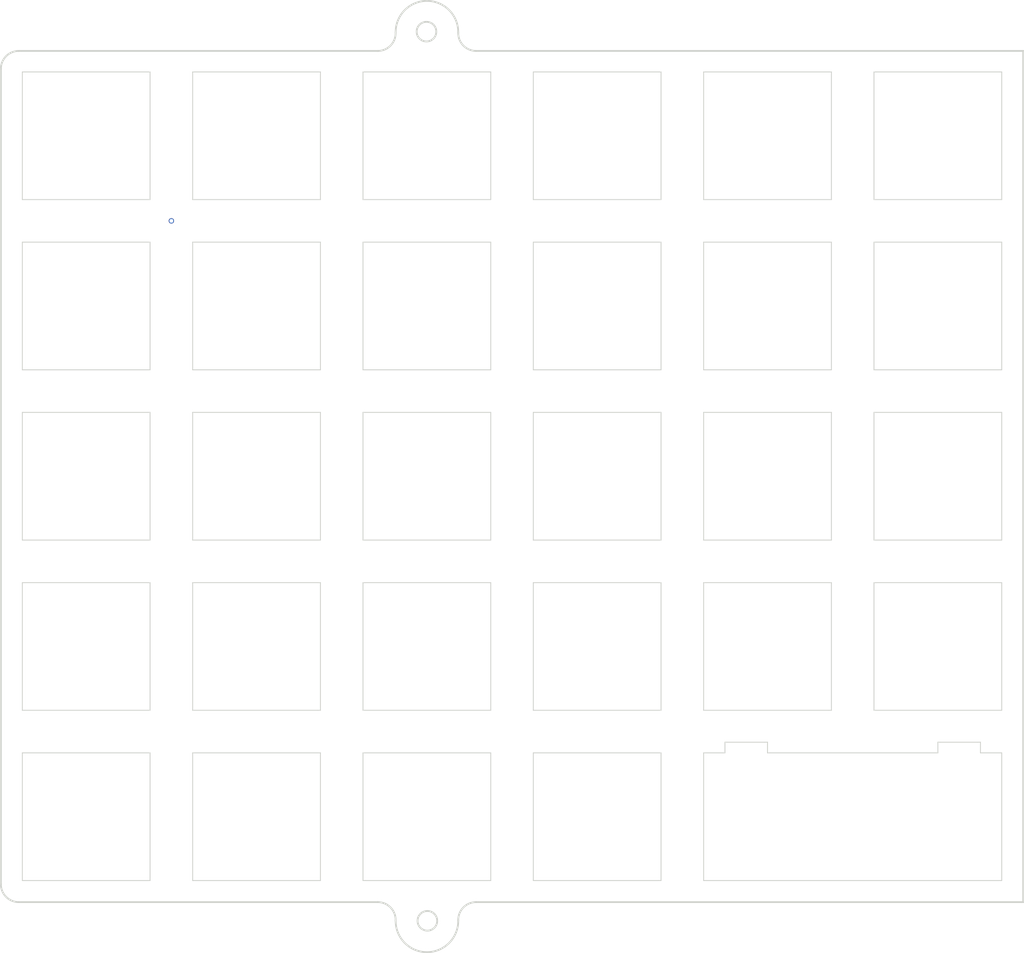
<source format=kicad_pcb>
(kicad_pcb (version 20171130) (host pcbnew "(5.1.10-1-10_14)")

  (general
    (thickness 1.6)
    (drawings 614)
    (tracks 1)
    (zones 0)
    (modules 0)
    (nets 1)
  )

  (page A4)
  (layers
    (0 F.Cu signal)
    (31 B.Cu signal)
    (32 B.Adhes user hide)
    (33 F.Adhes user hide)
    (34 B.Paste user hide)
    (35 F.Paste user hide)
    (36 B.SilkS user hide)
    (37 F.SilkS user hide)
    (38 B.Mask user hide)
    (39 F.Mask user hide)
    (40 Dwgs.User user hide)
    (41 Cmts.User user hide)
    (42 Eco1.User user hide)
    (43 Eco2.User user hide)
    (44 Edge.Cuts user)
    (45 Margin user hide)
    (46 B.CrtYd user hide)
    (47 F.CrtYd user hide)
    (48 B.Fab user hide)
    (49 F.Fab user hide)
  )

  (setup
    (last_trace_width 0.25)
    (trace_clearance 0.2)
    (zone_clearance 0.508)
    (zone_45_only no)
    (trace_min 0.2)
    (via_size 0.6)
    (via_drill 0.4)
    (via_min_size 0.4)
    (via_min_drill 0.3)
    (uvia_size 0.3)
    (uvia_drill 0.1)
    (uvias_allowed no)
    (uvia_min_size 0.2)
    (uvia_min_drill 0.1)
    (edge_width 0.1)
    (segment_width 0.2)
    (pcb_text_width 0.3)
    (pcb_text_size 1.5 1.5)
    (mod_edge_width 0.15)
    (mod_text_size 1 1)
    (mod_text_width 0.15)
    (pad_size 2.2 2.2)
    (pad_drill 2.2)
    (pad_to_mask_clearance 0)
    (aux_axis_origin 0 0)
    (visible_elements FFFFF77F)
    (pcbplotparams
      (layerselection 0x010fc_ffffffff)
      (usegerberextensions true)
      (usegerberattributes true)
      (usegerberadvancedattributes true)
      (creategerberjobfile false)
      (excludeedgelayer true)
      (linewidth 0.100000)
      (plotframeref false)
      (viasonmask false)
      (mode 1)
      (useauxorigin false)
      (hpglpennumber 1)
      (hpglpenspeed 20)
      (hpglpendiameter 15.000000)
      (psnegative false)
      (psa4output false)
      (plotreference true)
      (plotvalue true)
      (plotinvisibletext false)
      (padsonsilk false)
      (subtractmaskfromsilk false)
      (outputformat 1)
      (mirror false)
      (drillshape 0)
      (scaleselection 1)
      (outputdirectory "gerbers"))
  )

  (net 0 "")

  (net_class Default "This is the default net class."
    (clearance 0.2)
    (trace_width 0.25)
    (via_dia 0.6)
    (via_drill 0.4)
    (uvia_dia 0.3)
    (uvia_drill 0.1)
  )

  (gr_line (start 103.602207 39.800004) (end 103.602207 135.050129) (layer Edge.Cuts) (width 0.2) (tstamp 6117FED5))
  (gr_line (start 31.417717 135.050129) (end -8.733457 135.050128) (layer Edge.Cuts) (width 0.2) (tstamp 6117FAED))
  (gr_line (start -10.733457 133.050129) (end -10.733457 41.800004) (layer Edge.Cuts) (width 0.2) (tstamp 6117FAC3))
  (gr_arc (start -8.733457 41.800004) (end -8.733457 39.800004) (angle -90) (layer Edge.Cuts) (width 0.2) (tstamp 6117FAC4))
  (gr_circle (center 36.865928 37.642052) (end 37.965927 37.642052) (layer Edge.Cuts) (width 0.2) (tstamp 6117FAF4))
  (gr_circle (center 36.965928 137.142052) (end 38.065928 137.142052) (layer Edge.Cuts) (width 0.2) (tstamp 6117FAEF))
  (gr_arc (start -8.733457 133.050128) (end -10.733457 133.050129) (angle -90) (layer Edge.Cuts) (width 0.2) (tstamp 6117FAEE))
  (gr_arc (start 31.417716 137.050129) (end 33.417717 137.050129) (angle -90) (layer Edge.Cuts) (width 0.2) (tstamp 6117FAEC))
  (gr_line (start 33.417717 137.150129) (end 33.417717 137.050129) (layer Edge.Cuts) (width 0.2) (tstamp 6117FAEB))
  (gr_arc (start 36.917717 137.150129) (end 33.417717 137.150129) (angle -180) (layer Edge.Cuts) (width 0.2) (tstamp 6117FAEA))
  (gr_line (start 40.417717 137.050129) (end 40.417717 137.150129) (layer Edge.Cuts) (width 0.2) (tstamp 6117FAE9))
  (gr_arc (start 42.417717 137.050129) (end 42.417717 135.050129) (angle -90) (layer Edge.Cuts) (width 0.2) (tstamp 6117FAE8))
  (gr_line (start 103.602207 135.050129) (end 42.417717 135.050129) (layer Edge.Cuts) (width 0.2) (tstamp 6117FAE7))
  (gr_line (start 42.395401 39.800004) (end 103.602207 39.800004) (layer Edge.Cuts) (width 0.2) (tstamp 6117FACB))
  (gr_arc (start 42.417716 37.800128) (end 40.417717 37.800128) (angle -89.36070852) (layer Edge.Cuts) (width 0.2) (tstamp 6117FACA))
  (gr_line (start 40.417717 37.700129) (end 40.417717 37.800128) (layer Edge.Cuts) (width 0.2) (tstamp 6117FAC9))
  (gr_arc (start 36.917717 37.700129) (end 40.417717 37.700129) (angle -180) (layer Edge.Cuts) (width 0.2) (tstamp 6117FAC8))
  (gr_line (start 33.417717 37.800129) (end 33.417717 37.700129) (layer Edge.Cuts) (width 0.2) (tstamp 6117FAC7))
  (gr_arc (start 31.417716 37.800128) (end 31.440032 39.800004) (angle -89.36070852) (layer Edge.Cuts) (width 0.2) (tstamp 6117FAC6))
  (gr_line (start -8.733457 39.800004) (end 31.440032 39.800004) (layer Edge.Cuts) (width 0.2) (tstamp 6117FAC5))
  (gr_poly (pts (xy 101.203125 75.485625) (xy 101.203125 61.198125) (xy 102.39375 60.0075) (xy 102.39375 76.67625)) (layer B.Mask) (width 0.1) (tstamp 60FD7626))
  (gr_poly (pts (xy 48.815625 75.485625) (xy 63.103125 75.485625) (xy 64.29375 76.67625) (xy 47.625 76.67625)) (layer F.Mask) (width 0.1) (tstamp 60FD7625))
  (gr_poly (pts (xy 48.815625 61.198125) (xy 48.815625 75.485625) (xy 47.625 76.67625) (xy 47.625 60.0075)) (layer F.Mask) (width 0.1) (tstamp 60FD7624))
  (gr_poly (pts (xy 44.053125 75.485625) (xy 44.053125 61.198125) (xy 45.24375 60.0075) (xy 45.24375 76.67625)) (layer B.Mask) (width 0.1) (tstamp 60FD7623))
  (gr_poly (pts (xy 10.715625 61.198125) (xy 10.715625 75.485625) (xy 9.525 76.67625) (xy 9.525 60.0075)) (layer F.Mask) (width 0.1) (tstamp 60FD762F))
  (gr_poly (pts (xy 86.915625 75.485625) (xy 101.203125 75.485625) (xy 102.39375 76.67625) (xy 85.725 76.67625)) (layer B.Mask) (width 0.1) (tstamp 60FD762E))
  (gr_poly (pts (xy 29.765625 61.198125) (xy 29.765625 75.485625) (xy 28.575 76.67625) (xy 28.575 60.0075)) (layer B.Mask) (width 0.1) (tstamp 60FD762D))
  (gr_poly (pts (xy 44.053125 61.198125) (xy 29.765625 61.198125) (xy 28.575 60.0075) (xy 45.24375 60.0075)) (layer B.Mask) (width 0.1) (tstamp 60FD762C))
  (gr_poly (pts (xy 67.865625 61.198125) (xy 67.865625 75.485625) (xy 66.675 76.67625) (xy 66.675 60.0075)) (layer F.Mask) (width 0.1) (tstamp 60FD7628))
  (gr_poly (pts (xy 82.153125 75.485625) (xy 82.153125 61.198125) (xy 83.34375 60.0075) (xy 83.34375 76.67625)) (layer F.Mask) (width 0.1) (tstamp 60FD7627))
  (gr_poly (pts (xy 29.765625 75.485625) (xy 44.053125 75.485625) (xy 45.24375 76.67625) (xy 28.575 76.67625)) (layer B.Mask) (width 0.1) (tstamp 60FD762B))
  (gr_poly (pts (xy 10.715625 75.485625) (xy 25.003125 75.485625) (xy 26.19375 76.67625) (xy 9.525 76.67625)) (layer F.Mask) (width 0.1) (tstamp 60FD762A))
  (gr_poly (pts (xy 101.203125 75.485625) (xy 101.203125 61.198125) (xy 102.39375 60.0075) (xy 102.39375 76.67625)) (layer F.Mask) (width 0.1) (tstamp 60FD7629))
  (gr_poly (pts (xy 63.103125 75.485625) (xy 63.103125 61.198125) (xy 64.29375 60.0075) (xy 64.29375 76.67625)) (layer B.Mask) (width 0.1) (tstamp 60FD763F))
  (gr_poly (pts (xy 67.865625 75.485625) (xy 82.153125 75.485625) (xy 83.34375 76.67625) (xy 66.675 76.67625)) (layer F.Mask) (width 0.1) (tstamp 60FD7634))
  (gr_poly (pts (xy 82.153125 61.198125) (xy 67.865625 61.198125) (xy 66.675 60.0075) (xy 83.34375 60.0075)) (layer F.Mask) (width 0.1) (tstamp 60FD7633))
  (gr_poly (pts (xy 5.953125 75.485625) (xy 5.953125 61.198125) (xy 7.14375 60.0075) (xy 7.14375 76.67625)) (layer B.Mask) (width 0.1) (tstamp 60FD7632))
  (gr_poly (pts (xy -8.334375 61.198125) (xy -8.334375 75.485625) (xy -9.525 76.67625) (xy -9.525 60.0075)) (layer B.Mask) (width 0.1) (tstamp 60FD7631))
  (gr_poly (pts (xy 82.153125 61.198125) (xy 67.865625 61.198125) (xy 66.675 60.0075) (xy 83.34375 60.0075)) (layer B.Mask) (width 0.1) (tstamp 60FD7630))
  (gr_poly (pts (xy 86.915625 61.198125) (xy 86.915625 75.485625) (xy 85.725 76.67625) (xy 85.725 60.0075)) (layer F.Mask) (width 0.1) (tstamp 60FD7638))
  (gr_poly (pts (xy 5.953125 75.485625) (xy 5.953125 61.198125) (xy 7.14375 60.0075) (xy 7.14375 76.67625)) (layer F.Mask) (width 0.1) (tstamp 60FD7637))
  (gr_poly (pts (xy 25.003125 61.198125) (xy 10.715625 61.198125) (xy 9.525 60.0075) (xy 26.19375 60.0075)) (layer F.Mask) (width 0.1) (tstamp 60FD7636))
  (gr_poly (pts (xy 25.003125 61.198125) (xy 10.715625 61.198125) (xy 9.525 60.0075) (xy 26.19375 60.0075)) (layer B.Mask) (width 0.1) (tstamp 60FD7635))
  (gr_poly (pts (xy -8.334375 75.485625) (xy 5.953125 75.485625) (xy 7.14375 76.67625) (xy -9.525 76.67625)) (layer B.Mask) (width 0.1) (tstamp 60FD761E))
  (gr_poly (pts (xy 44.053125 61.198125) (xy 29.765625 61.198125) (xy 28.575 60.0075) (xy 45.24375 60.0075)) (layer F.Mask) (width 0.1) (tstamp 60FD761D))
  (gr_poly (pts (xy 63.103125 75.485625) (xy 63.103125 61.198125) (xy 64.29375 60.0075) (xy 64.29375 76.67625)) (layer F.Mask) (width 0.1) (tstamp 60FD761C))
  (gr_poly (pts (xy 25.003125 75.485625) (xy 25.003125 61.198125) (xy 26.19375 60.0075) (xy 26.19375 76.67625)) (layer F.Mask) (width 0.1) (tstamp 60FD761B))
  (gr_poly (pts (xy 101.203125 42.148125) (xy 86.915625 42.148125) (xy 85.725 40.9575) (xy 102.39375 40.9575)) (layer B.Mask) (width 0.1) (tstamp 60FD71C1))
  (gr_poly (pts (xy 67.865625 75.485625) (xy 82.153125 75.485625) (xy 83.34375 76.67625) (xy 66.675 76.67625)) (layer B.Mask) (width 0.1) (tstamp 60FD7622))
  (gr_poly (pts (xy 82.153125 75.485625) (xy 82.153125 61.198125) (xy 83.34375 60.0075) (xy 83.34375 76.67625)) (layer B.Mask) (width 0.1) (tstamp 60FD7621))
  (gr_poly (pts (xy 67.865625 61.198125) (xy 67.865625 75.485625) (xy 66.675 76.67625) (xy 66.675 60.0075)) (layer B.Mask) (width 0.1) (tstamp 60FD7620))
  (gr_poly (pts (xy 5.953125 61.198125) (xy -8.334375 61.198125) (xy -9.525 60.0075) (xy 7.14375 60.0075)) (layer B.Mask) (width 0.1) (tstamp 60FD761F))
  (gr_poly (pts (xy 86.915625 56.435625) (xy 101.203125 56.435625) (xy 102.39375 57.62625) (xy 85.725 57.62625)) (layer B.Mask) (width 0.1) (tstamp 60FD71C0))
  (gr_poly (pts (xy 101.203125 56.435625) (xy 101.203125 42.148125) (xy 102.39375 40.9575) (xy 102.39375 57.62625)) (layer B.Mask) (width 0.1) (tstamp 60FD71BF))
  (gr_poly (pts (xy 86.915625 42.148125) (xy 86.915625 56.435625) (xy 85.725 57.62625) (xy 85.725 40.9575)) (layer B.Mask) (width 0.1) (tstamp 60FD71BE))
  (gr_poly (pts (xy 82.153125 42.148125) (xy 67.865625 42.148125) (xy 66.675 40.9575) (xy 83.34375 40.9575)) (layer B.Mask) (width 0.1) (tstamp 60FD71C1))
  (gr_poly (pts (xy 67.865625 56.435625) (xy 82.153125 56.435625) (xy 83.34375 57.62625) (xy 66.675 57.62625)) (layer B.Mask) (width 0.1) (tstamp 60FD71C0))
  (gr_poly (pts (xy 82.153125 56.435625) (xy 82.153125 42.148125) (xy 83.34375 40.9575) (xy 83.34375 57.62625)) (layer B.Mask) (width 0.1) (tstamp 60FD71BF))
  (gr_poly (pts (xy 67.865625 42.148125) (xy 67.865625 56.435625) (xy 66.675 57.62625) (xy 66.675 40.9575)) (layer B.Mask) (width 0.1) (tstamp 60FD71BE))
  (gr_poly (pts (xy 63.103125 42.148125) (xy 48.815625 42.148125) (xy 47.625 40.9575) (xy 64.29375 40.9575)) (layer B.Mask) (width 0.1) (tstamp 60FD71C1))
  (gr_poly (pts (xy 48.815625 56.435625) (xy 63.103125 56.435625) (xy 64.29375 57.62625) (xy 47.625 57.62625)) (layer B.Mask) (width 0.1) (tstamp 60FD71C0))
  (gr_poly (pts (xy 63.103125 56.435625) (xy 63.103125 42.148125) (xy 64.29375 40.9575) (xy 64.29375 57.62625)) (layer B.Mask) (width 0.1) (tstamp 60FD71BF))
  (gr_poly (pts (xy 48.815625 42.148125) (xy 48.815625 56.435625) (xy 47.625 57.62625) (xy 47.625 40.9575)) (layer B.Mask) (width 0.1) (tstamp 60FD71BE))
  (gr_poly (pts (xy 44.053125 42.148125) (xy 29.765625 42.148125) (xy 28.575 40.9575) (xy 45.24375 40.9575)) (layer B.Mask) (width 0.1) (tstamp 60FD71C1))
  (gr_poly (pts (xy 29.765625 56.435625) (xy 44.053125 56.435625) (xy 45.24375 57.62625) (xy 28.575 57.62625)) (layer B.Mask) (width 0.1) (tstamp 60FD71C0))
  (gr_poly (pts (xy 44.053125 56.435625) (xy 44.053125 42.148125) (xy 45.24375 40.9575) (xy 45.24375 57.62625)) (layer B.Mask) (width 0.1) (tstamp 60FD71BF))
  (gr_poly (pts (xy 29.765625 42.148125) (xy 29.765625 56.435625) (xy 28.575 57.62625) (xy 28.575 40.9575)) (layer B.Mask) (width 0.1) (tstamp 60FD71BE))
  (gr_poly (pts (xy 25.003125 42.148125) (xy 10.715625 42.148125) (xy 9.525 40.9575) (xy 26.19375 40.9575)) (layer B.Mask) (width 0.1) (tstamp 60FD71C1))
  (gr_poly (pts (xy 10.715625 56.435625) (xy 25.003125 56.435625) (xy 26.19375 57.62625) (xy 9.525 57.62625)) (layer B.Mask) (width 0.1) (tstamp 60FD71C0))
  (gr_poly (pts (xy 25.003125 56.435625) (xy 25.003125 42.148125) (xy 26.19375 40.9575) (xy 26.19375 57.62625)) (layer B.Mask) (width 0.1) (tstamp 60FD71BF))
  (gr_poly (pts (xy 10.715625 42.148125) (xy 10.715625 56.435625) (xy 9.525 57.62625) (xy 9.525 40.9575)) (layer B.Mask) (width 0.1) (tstamp 60FD71BE))
  (gr_poly (pts (xy -8.334375 56.435625) (xy 5.953125 56.435625) (xy 7.14375 57.62625) (xy -9.525 57.62625)) (layer B.Mask) (width 0.1) (tstamp 60FD7138))
  (gr_poly (pts (xy 5.953125 42.148125) (xy -8.334375 42.148125) (xy -9.525 40.9575) (xy 7.14375 40.9575)) (layer B.Mask) (width 0.1) (tstamp 60FD7137))
  (gr_poly (pts (xy -8.334375 42.148125) (xy -8.334375 56.435625) (xy -9.525 57.62625) (xy -9.525 40.9575)) (layer B.Mask) (width 0.1) (tstamp 60FD7136))
  (gr_poly (pts (xy 5.953125 56.435625) (xy 5.953125 42.148125) (xy 7.14375 40.9575) (xy 7.14375 57.62625)) (layer B.Mask) (width 0.1) (tstamp 60FD7135))
  (gr_poly (pts (xy 86.915625 56.435625) (xy 101.203125 56.435625) (xy 102.39375 57.62625) (xy 85.725 57.62625)) (layer F.Mask) (width 0.1) (tstamp 60FD7138))
  (gr_poly (pts (xy 101.203125 42.148125) (xy 86.915625 42.148125) (xy 85.725 40.9575) (xy 102.39375 40.9575)) (layer F.Mask) (width 0.1) (tstamp 60FD7137))
  (gr_poly (pts (xy 86.915625 42.148125) (xy 86.915625 56.435625) (xy 85.725 57.62625) (xy 85.725 40.9575)) (layer F.Mask) (width 0.1) (tstamp 60FD7136))
  (gr_poly (pts (xy 101.203125 56.435625) (xy 101.203125 42.148125) (xy 102.39375 40.9575) (xy 102.39375 57.62625)) (layer F.Mask) (width 0.1) (tstamp 60FD7135))
  (gr_poly (pts (xy 67.865625 56.435625) (xy 82.153125 56.435625) (xy 83.34375 57.62625) (xy 66.675 57.62625)) (layer F.Mask) (width 0.1) (tstamp 60FD7138))
  (gr_poly (pts (xy 82.153125 42.148125) (xy 67.865625 42.148125) (xy 66.675 40.9575) (xy 83.34375 40.9575)) (layer F.Mask) (width 0.1) (tstamp 60FD7137))
  (gr_poly (pts (xy 67.865625 42.148125) (xy 67.865625 56.435625) (xy 66.675 57.62625) (xy 66.675 40.9575)) (layer F.Mask) (width 0.1) (tstamp 60FD7136))
  (gr_poly (pts (xy 82.153125 56.435625) (xy 82.153125 42.148125) (xy 83.34375 40.9575) (xy 83.34375 57.62625)) (layer F.Mask) (width 0.1) (tstamp 60FD7135))
  (gr_poly (pts (xy 48.815625 56.435625) (xy 63.103125 56.435625) (xy 64.29375 57.62625) (xy 47.625 57.62625)) (layer F.Mask) (width 0.1) (tstamp 60FD7138))
  (gr_poly (pts (xy 63.103125 42.148125) (xy 48.815625 42.148125) (xy 47.625 40.9575) (xy 64.29375 40.9575)) (layer F.Mask) (width 0.1) (tstamp 60FD7137))
  (gr_poly (pts (xy 48.815625 42.148125) (xy 48.815625 56.435625) (xy 47.625 57.62625) (xy 47.625 40.9575)) (layer F.Mask) (width 0.1) (tstamp 60FD7136))
  (gr_poly (pts (xy 63.103125 56.435625) (xy 63.103125 42.148125) (xy 64.29375 40.9575) (xy 64.29375 57.62625)) (layer F.Mask) (width 0.1) (tstamp 60FD7135))
  (gr_poly (pts (xy 29.765625 56.435625) (xy 44.053125 56.435625) (xy 45.24375 57.62625) (xy 28.575 57.62625)) (layer F.Mask) (width 0.1) (tstamp 60FD7138))
  (gr_poly (pts (xy 44.053125 42.148125) (xy 29.765625 42.148125) (xy 28.575 40.9575) (xy 45.24375 40.9575)) (layer F.Mask) (width 0.1) (tstamp 60FD7137))
  (gr_poly (pts (xy 29.765625 42.148125) (xy 29.765625 56.435625) (xy 28.575 57.62625) (xy 28.575 40.9575)) (layer F.Mask) (width 0.1) (tstamp 60FD7136))
  (gr_poly (pts (xy 44.053125 56.435625) (xy 44.053125 42.148125) (xy 45.24375 40.9575) (xy 45.24375 57.62625)) (layer F.Mask) (width 0.1) (tstamp 60FD7135))
  (gr_poly (pts (xy 10.715625 56.435625) (xy 25.003125 56.435625) (xy 26.19375 57.62625) (xy 9.525 57.62625)) (layer F.Mask) (width 0.1) (tstamp 60FD7138))
  (gr_poly (pts (xy 25.003125 42.148125) (xy 10.715625 42.148125) (xy 9.525 40.9575) (xy 26.19375 40.9575)) (layer F.Mask) (width 0.1) (tstamp 60FD7137))
  (gr_poly (pts (xy 10.715625 42.148125) (xy 10.715625 56.435625) (xy 9.525 57.62625) (xy 9.525 40.9575)) (layer F.Mask) (width 0.1) (tstamp 60FD7136))
  (gr_poly (pts (xy 25.003125 56.435625) (xy 25.003125 42.148125) (xy 26.19375 40.9575) (xy 26.19375 57.62625)) (layer F.Mask) (width 0.1) (tstamp 60FD7135))
  (gr_poly (pts (xy 5.953125 56.435625) (xy 5.953125 42.148125) (xy 7.14375 40.9575) (xy 7.14375 57.62625)) (layer F.Mask) (width 0.1) (tstamp 60FD6131))
  (gr_poly (pts (xy -8.334375 42.148125) (xy -8.334375 56.435625) (xy -9.525 57.62625) (xy -9.525 40.9575)) (layer F.Mask) (width 0.1) (tstamp 60FD6130))
  (gr_poly (pts (xy -8.334375 56.435625) (xy 5.953125 56.435625) (xy 7.14375 57.62625) (xy -9.525 57.62625)) (layer F.Mask) (width 0.1) (tstamp 60FD6121))
  (gr_poly (pts (xy 5.953125 42.148125) (xy -8.334375 42.148125) (xy -9.525 40.9575) (xy 7.14375 40.9575)) (layer F.Mask) (width 0.1))
  (gr_line (start 5.953125 42.148125) (end -8.334375 42.148125) (layer Edge.Cuts) (width 0.1) (tstamp 60C7C273))
  (gr_line (start -8.334375 42.148125) (end -8.334375 56.435625) (layer Edge.Cuts) (width 0.1) (tstamp 60C7C276))
  (gr_line (start 44.053125 61.198125) (end 29.765625 61.198125) (layer Edge.Cuts) (width 0.1) (tstamp 60C7C279))
  (gr_line (start 10.715625 75.485625) (end 25.003125 75.485625) (layer Edge.Cuts) (width 0.1) (tstamp 60C7C27C))
  (gr_line (start 82.153125 42.148125) (end 82.153125 56.435625) (layer Edge.Cuts) (width 0.1) (tstamp 60C7C27F))
  (gr_line (start 82.153125 56.435625) (end 67.865625 56.435625) (layer Edge.Cuts) (width 0.1) (tstamp 60C7C282))
  (gr_line (start -8.334375 113.585625) (end 5.953125 113.585625) (layer Edge.Cuts) (width 0.1) (tstamp 60C7C285))
  (gr_line (start 5.953125 99.298125) (end -8.334375 99.298125) (layer Edge.Cuts) (width 0.1) (tstamp 60C7C288))
  (gr_line (start 48.815625 56.435625) (end 48.815625 42.148125) (layer Edge.Cuts) (width 0.1) (tstamp 60C7C28B))
  (gr_line (start 48.815625 42.148125) (end 63.103125 42.148125) (layer Edge.Cuts) (width 0.1) (tstamp 60C7C28E))
  (gr_line (start 44.053125 42.148125) (end 29.765625 42.148125) (layer Edge.Cuts) (width 0.1) (tstamp 60C7C291))
  (gr_line (start 29.765625 42.148125) (end 29.765625 56.435625) (layer Edge.Cuts) (width 0.1) (tstamp 60C7C294))
  (gr_line (start 29.765625 56.435625) (end 44.053125 56.435625) (layer Edge.Cuts) (width 0.1) (tstamp 60C7C297))
  (gr_line (start 44.053125 56.435625) (end 44.053125 42.148125) (layer Edge.Cuts) (width 0.1) (tstamp 60C7C29A))
  (gr_line (start 25.003125 42.148125) (end 10.715625 42.148125) (layer Edge.Cuts) (width 0.1) (tstamp 60C7C29D))
  (gr_line (start 10.715625 42.148125) (end 10.715625 56.435625) (layer Edge.Cuts) (width 0.1) (tstamp 60C7C2A0))
  (gr_line (start 67.865625 56.435625) (end 67.865625 42.148125) (layer Edge.Cuts) (width 0.1) (tstamp 60C7C2A3))
  (gr_line (start 67.865625 42.148125) (end 82.153125 42.148125) (layer Edge.Cuts) (width 0.1) (tstamp 60C7C2A6))
  (gr_line (start -8.334375 56.435625) (end 5.953125 56.435625) (layer Edge.Cuts) (width 0.1) (tstamp 60C7C2A9))
  (gr_line (start -8.334375 75.485625) (end 5.953125 75.485625) (layer Edge.Cuts) (width 0.1) (tstamp 60C7C2AC))
  (gr_line (start 10.715625 56.435625) (end 25.003125 56.435625) (layer Edge.Cuts) (width 0.1) (tstamp 60C7C2AF))
  (gr_line (start 25.003125 56.435625) (end 25.003125 42.148125) (layer Edge.Cuts) (width 0.1) (tstamp 60C7C2B2))
  (gr_line (start 5.953125 56.435625) (end 5.953125 42.148125) (layer Edge.Cuts) (width 0.1) (tstamp 60C7C2B5))
  (gr_line (start 101.203125 132.635625) (end 101.203125 118.348125) (layer Edge.Cuts) (width 0.1) (tstamp 60C7C2B8))
  (gr_line (start 70.246761 118.348233) (end 67.865509 118.348233) (layer Edge.Cuts) (width 0.1) (tstamp 60C7C2BB))
  (gr_line (start 75.009265 117.157607) (end 75.009265 118.348233) (layer Edge.Cuts) (width 0.1) (tstamp 60C7C2BE))
  (gr_line (start 98.821785 117.157607) (end 98.821785 118.348233) (layer Edge.Cuts) (width 0.1) (tstamp 60C7C2C1))
  (gr_line (start 70.246761 118.348233) (end 70.246761 117.157607) (layer Edge.Cuts) (width 0.1) (tstamp 60C7C2C4))
  (gr_line (start 101.203125 118.348125) (end 98.821785 118.348233) (layer Edge.Cuts) (width 0.1) (tstamp 60C7C2C7))
  (gr_line (start 94.059281 118.348233) (end 94.059281 117.157607) (layer Edge.Cuts) (width 0.1) (tstamp 60C7C2CA))
  (gr_line (start 101.203125 61.198125) (end 86.915625 61.198125) (layer Edge.Cuts) (width 0.1) (tstamp 60C7C2D0))
  (gr_line (start 82.153125 61.198125) (end 82.153125 75.485625) (layer Edge.Cuts) (width 0.1) (tstamp 60C7C2D3))
  (gr_line (start 86.915625 75.485625) (end 101.203125 75.485625) (layer Edge.Cuts) (width 0.1) (tstamp 60C7C2D6))
  (gr_line (start 48.815625 61.198125) (end 63.103125 61.198125) (layer Edge.Cuts) (width 0.1) (tstamp 60C7C2DF))
  (gr_line (start 86.915625 80.248125) (end 86.915625 94.535625) (layer Edge.Cuts) (width 0.1) (tstamp 60C7C2E2))
  (gr_line (start 29.765625 61.198125) (end 29.765625 75.485625) (layer Edge.Cuts) (width 0.1) (tstamp 60C7C2E5))
  (gr_line (start 101.203125 75.485625) (end 101.203125 61.198125) (layer Edge.Cuts) (width 0.1) (tstamp 60C7C2E8))
  (gr_line (start -8.334375 61.198125) (end -8.334375 75.485625) (layer Edge.Cuts) (width 0.1) (tstamp 60C7C2EB))
  (gr_line (start -8.334375 94.535713) (end 5.953125 94.535713) (layer Edge.Cuts) (width 0.1) (tstamp 60C7C2EE))
  (gr_line (start 29.765625 94.535625) (end 44.053125 94.535625) (layer Edge.Cuts) (width 0.1) (tstamp 60C7C2F1))
  (gr_line (start 25.003125 94.535625) (end 25.003125 80.248125) (layer Edge.Cuts) (width 0.1) (tstamp 60C7C2F4))
  (gr_line (start 101.203125 42.148125) (end 86.915625 42.148125) (layer Edge.Cuts) (width 0.1) (tstamp 60C7C2F7))
  (gr_line (start 10.715625 80.248125) (end 10.715625 94.535625) (layer Edge.Cuts) (width 0.1) (tstamp 60C7C2FA))
  (gr_line (start 5.953125 94.535625) (end 5.953125 80.248125) (layer Edge.Cuts) (width 0.1) (tstamp 60C7C2FD))
  (gr_line (start 5.953125 75.485625) (end 5.953125 61.198125) (layer Edge.Cuts) (width 0.1) (tstamp 60C7C300))
  (gr_line (start 67.865625 99.298125) (end 82.153125 99.298125) (layer Edge.Cuts) (width 0.1) (tstamp 60C7C303))
  (gr_line (start 29.765625 132.635625) (end 44.053125 132.635625) (layer Edge.Cuts) (width 0.1) (tstamp 60C7C306))
  (gr_line (start 10.715625 113.585625) (end 25.003125 113.585625) (layer Edge.Cuts) (width 0.1) (tstamp 60C7C309))
  (gr_line (start 82.153125 99.298125) (end 82.153125 113.585625) (layer Edge.Cuts) (width 0.1) (tstamp 60C7C30C))
  (gr_line (start 101.203125 113.585625) (end 101.203125 99.298125) (layer Edge.Cuts) (width 0.1) (tstamp 60C7C30F))
  (gr_line (start 63.103125 99.298125) (end 63.103125 113.585625) (layer Edge.Cuts) (width 0.1) (tstamp 60C7C312))
  (gr_line (start 29.765625 80.248125) (end 29.765625 94.535625) (layer Edge.Cuts) (width 0.1) (tstamp 60C7C315))
  (gr_line (start 29.765625 99.298125) (end 29.765625 113.585625) (layer Edge.Cuts) (width 0.1) (tstamp 60C7C318))
  (gr_line (start 82.153125 94.535625) (end 67.865625 94.535625) (layer Edge.Cuts) (width 0.1) (tstamp 60C7C31B))
  (gr_line (start 86.915625 99.298125) (end 86.915625 113.585625) (layer Edge.Cuts) (width 0.1) (tstamp 60C7C31E))
  (gr_line (start 101.203125 94.535625) (end 101.203125 80.248125) (layer Edge.Cuts) (width 0.1) (tstamp 60C7C321))
  (gr_line (start 29.765625 113.585625) (end 44.053125 113.585625) (layer Edge.Cuts) (width 0.1) (tstamp 60C7C324))
  (gr_line (start 94.059281 118.348233) (end 75.009265 118.348233) (layer Edge.Cuts) (width 0.1) (tstamp 60C7C327))
  (gr_line (start 63.103125 113.585625) (end 48.815625 113.585625) (layer Edge.Cuts) (width 0.1) (tstamp 60C7C32A))
  (gr_line (start 10.715625 118.348125) (end 10.715625 132.635625) (layer Edge.Cuts) (width 0.1) (tstamp 60C7C32D))
  (gr_line (start 44.053125 113.585625) (end 44.053125 99.298125) (layer Edge.Cuts) (width 0.1) (tstamp 60C7C330))
  (gr_line (start 44.053125 132.635625) (end 44.053125 118.348125) (layer Edge.Cuts) (width 0.1) (tstamp 60C7C333))
  (gr_line (start 25.003125 113.585625) (end 25.003125 99.298125) (layer Edge.Cuts) (width 0.1) (tstamp 60C7C336))
  (gr_line (start 48.815625 132.635625) (end 48.815625 118.348125) (layer Edge.Cuts) (width 0.1) (tstamp 60C7C339))
  (gr_line (start 67.865625 113.585625) (end 67.865625 99.298125) (layer Edge.Cuts) (width 0.1) (tstamp 60C7C33C))
  (gr_line (start 63.103125 132.635625) (end 48.815625 132.635625) (layer Edge.Cuts) (width 0.1) (tstamp 60C7C33F))
  (gr_line (start 82.153125 113.585625) (end 67.865625 113.585625) (layer Edge.Cuts) (width 0.1) (tstamp 60C7C342))
  (gr_line (start 10.715625 132.635625) (end 25.003125 132.635625) (layer Edge.Cuts) (width 0.1) (tstamp 60C7C345))
  (gr_line (start 48.815625 99.298125) (end 63.103125 99.298125) (layer Edge.Cuts) (width 0.1) (tstamp 60C7C348))
  (gr_line (start 25.003125 132.635625) (end 25.003125 118.348125) (layer Edge.Cuts) (width 0.1) (tstamp 60C7C34B))
  (gr_line (start 48.815625 113.585625) (end 48.815625 99.298125) (layer Edge.Cuts) (width 0.1) (tstamp 60C7C34E))
  (gr_line (start 48.815625 94.535625) (end 48.815625 80.248125) (layer Edge.Cuts) (width 0.1) (tstamp 60C7C351))
  (gr_line (start 63.103125 80.248125) (end 63.103125 94.535625) (layer Edge.Cuts) (width 0.1) (tstamp 60C7C354))
  (gr_line (start 48.815625 80.248125) (end 63.103125 80.248125) (layer Edge.Cuts) (width 0.1) (tstamp 60C7C357))
  (gr_line (start 25.003125 99.298125) (end 10.715625 99.298125) (layer Edge.Cuts) (width 0.1) (tstamp 60C7C35A))
  (gr_line (start 63.103125 56.435625) (end 48.815625 56.435625) (layer Edge.Cuts) (width 0.1) (tstamp 60C7C35D))
  (gr_line (start 101.203125 99.298125) (end 86.915625 99.298125) (layer Edge.Cuts) (width 0.1) (tstamp 60C7C360))
  (gr_line (start 44.053125 99.298125) (end 29.765625 99.298125) (layer Edge.Cuts) (width 0.1) (tstamp 60C7C363))
  (gr_line (start 82.153125 80.248125) (end 82.153125 94.535625) (layer Edge.Cuts) (width 0.1) (tstamp 60C7C366))
  (gr_line (start 25.003125 80.248125) (end 10.715625 80.248125) (layer Edge.Cuts) (width 0.1) (tstamp 60C7C369))
  (gr_line (start 63.103125 42.148125) (end 63.103125 56.435625) (layer Edge.Cuts) (width 0.1) (tstamp 60C7C36C))
  (gr_line (start 67.865625 132.635625) (end 67.865625 118.348125) (layer Edge.Cuts) (width 0.1) (tstamp 60C7C36F))
  (gr_line (start 86.915625 42.148125) (end 86.915625 56.435625) (layer Edge.Cuts) (width 0.1) (tstamp 60C7C372))
  (gr_line (start 86.915625 56.435625) (end 101.203125 56.435625) (layer Edge.Cuts) (width 0.1) (tstamp 60C7C375))
  (gr_line (start 67.865625 132.635625) (end 101.203125 132.635625) (layer Edge.Cuts) (width 0.1) (tstamp 60C7C378))
  (gr_line (start 86.915625 61.198125) (end 86.915625 75.485625) (layer Edge.Cuts) (width 0.1) (tstamp 60C7C37B))
  (gr_line (start 67.865625 61.198125) (end 82.153125 61.198125) (layer Edge.Cuts) (width 0.1) (tstamp 60C7C37E))
  (gr_line (start 63.103125 75.485625) (end 48.815625 75.485625) (layer Edge.Cuts) (width 0.1) (tstamp 60C7C381))
  (gr_line (start 5.953125 132.635625) (end 5.953125 118.348125) (layer Edge.Cuts) (width 0.1) (tstamp 60C7C384))
  (gr_line (start 63.103125 118.348125) (end 63.103125 132.635625) (layer Edge.Cuts) (width 0.1) (tstamp 60C7C387))
  (gr_line (start 94.059281 117.157607) (end 98.821785 117.157607) (layer Edge.Cuts) (width 0.1) (tstamp 60C7C38A))
  (gr_line (start 86.915625 113.585625) (end 101.203125 113.585625) (layer Edge.Cuts) (width 0.1) (tstamp 60C7C390))
  (gr_line (start 10.715625 99.298125) (end 10.715625 113.585625) (layer Edge.Cuts) (width 0.1) (tstamp 60C7C393))
  (gr_line (start 29.765625 118.348125) (end 29.765625 132.635625) (layer Edge.Cuts) (width 0.1) (tstamp 60C7C396))
  (gr_line (start 25.003125 118.348125) (end 10.715625 118.348125) (layer Edge.Cuts) (width 0.1) (tstamp 60C7C399))
  (gr_line (start 44.053125 118.348125) (end 29.765625 118.348125) (layer Edge.Cuts) (width 0.1) (tstamp 60C7C39C))
  (gr_line (start 70.246761 117.157607) (end 75.009265 117.157607) (layer Edge.Cuts) (width 0.1) (tstamp 60C7C39F))
  (gr_line (start -8.334375 118.348125) (end -8.334375 132.635625) (layer Edge.Cuts) (width 0.1) (tstamp 60C7C3A2))
  (gr_line (start 5.953125 118.348125) (end -8.334375 118.348125) (layer Edge.Cuts) (width 0.1) (tstamp 60C7C3A5))
  (gr_line (start -8.334375 132.635625) (end 5.953125 132.635625) (layer Edge.Cuts) (width 0.1) (tstamp 60C7C3A8))
  (gr_line (start 5.953125 61.198125) (end -8.334375 61.198125) (layer Edge.Cuts) (width 0.1) (tstamp 60C7C3AB))
  (gr_line (start -8.334375 80.248125) (end -8.334375 94.535625) (layer Edge.Cuts) (width 0.1) (tstamp 60C7C3AE))
  (gr_line (start 5.953125 80.248125) (end -8.334375 80.248125) (layer Edge.Cuts) (width 0.1) (tstamp 60C7C3B1))
  (gr_line (start 101.203125 56.435625) (end 101.203125 42.148125) (layer Edge.Cuts) (width 0.1) (tstamp 60C7C3B4))
  (gr_line (start 63.103125 61.198125) (end 63.103125 75.485625) (layer Edge.Cuts) (width 0.1) (tstamp 60C7C3BD))
  (gr_line (start 67.865625 80.248125) (end 82.153125 80.248125) (layer Edge.Cuts) (width 0.1) (tstamp 60C7C3C0))
  (gr_line (start 44.053125 80.248125) (end 29.765625 80.248125) (layer Edge.Cuts) (width 0.1) (tstamp 60C7C3C3))
  (gr_line (start 48.815625 75.485625) (end 48.815625 61.198125) (layer Edge.Cuts) (width 0.1) (tstamp 60C7C3C6))
  (gr_line (start 67.865625 94.535625) (end 67.865625 80.248125) (layer Edge.Cuts) (width 0.1) (tstamp 60C7C3C9))
  (gr_line (start 101.203125 80.248125) (end 86.915625 80.248125) (layer Edge.Cuts) (width 0.1) (tstamp 60C7C3CC))
  (gr_line (start 44.053125 94.535625) (end 44.053125 80.248125) (layer Edge.Cuts) (width 0.1) (tstamp 60C7C3CF))
  (gr_line (start 86.915625 94.535625) (end 101.203125 94.535625) (layer Edge.Cuts) (width 0.1) (tstamp 60C7C3D2))
  (gr_line (start 63.103125 94.535625) (end 48.815625 94.535625) (layer Edge.Cuts) (width 0.1) (tstamp 60C7C3D5))
  (gr_line (start 67.865625 75.485625) (end 67.865625 61.198125) (layer Edge.Cuts) (width 0.1) (tstamp 60C7C3D8))
  (gr_line (start 25.003125 61.198125) (end 10.715625 61.198125) (layer Edge.Cuts) (width 0.1) (tstamp 60C7C3DB))
  (gr_line (start 10.715625 61.198125) (end 10.715625 75.485625) (layer Edge.Cuts) (width 0.1) (tstamp 60C7C3DE))
  (gr_line (start 5.953125 113.585625) (end 5.953125 99.298125) (layer Edge.Cuts) (width 0.1) (tstamp 60C7C3E1))
  (gr_line (start -8.334375 99.298125) (end -8.334375 113.585625) (layer Edge.Cuts) (width 0.1) (tstamp 60C7C3E7))
  (gr_line (start 10.715625 94.535625) (end 25.003125 94.535625) (layer Edge.Cuts) (width 0.1) (tstamp 60C7C3F3))
  (gr_line (start 44.053125 75.485625) (end 44.053125 61.198125) (layer Edge.Cuts) (width 0.1) (tstamp 60C7C3F6))
  (gr_line (start 29.765625 75.485625) (end 44.053125 75.485625) (layer Edge.Cuts) (width 0.1) (tstamp 60C7C3F9))
  (gr_line (start 25.003125 75.485625) (end 25.003125 61.198125) (layer Edge.Cuts) (width 0.1) (tstamp 60C7C3EA))
  (gr_line (start 82.153125 75.485625) (end 67.865625 75.485625) (layer Edge.Cuts) (width 0.1) (tstamp 60C7C3ED))
  (gr_line (start 48.815625 118.348125) (end 63.103125 118.348125) (layer Edge.Cuts) (width 0.1) (tstamp 60C7C3F0))
  (gr_poly (pts (xy 86.915625 75.485625) (xy 101.203125 75.485625) (xy 102.39375 76.67625) (xy 85.725 76.67625)) (layer F.Mask) (width 0.1) (tstamp 60FD763D))
  (gr_poly (pts (xy 101.203125 61.198125) (xy 86.915625 61.198125) (xy 85.725 60.0075) (xy 102.39375 60.0075)) (layer F.Mask) (width 0.1) (tstamp 60FD763C))
  (gr_poly (pts (xy 10.715625 75.485625) (xy 25.003125 75.485625) (xy 26.19375 76.67625) (xy 9.525 76.67625)) (layer B.Mask) (width 0.1) (tstamp 60FD763E))
  (gr_poly (pts (xy 63.103125 61.198125) (xy 48.815625 61.198125) (xy 47.625 60.0075) (xy 64.29375 60.0075)) (layer F.Mask) (width 0.1) (tstamp 60FD763B))
  (gr_poly (pts (xy 101.203125 61.198125) (xy 86.915625 61.198125) (xy 85.725 60.0075) (xy 102.39375 60.0075)) (layer B.Mask) (width 0.1) (tstamp 60FD763A))
  (gr_poly (pts (xy -8.334375 61.198125) (xy -8.334375 75.485625) (xy -9.525 76.67625) (xy -9.525 60.0075)) (layer F.Mask) (width 0.1) (tstamp 60FD7639))
  (gr_poly (pts (xy 29.765625 132.635625) (xy 44.053125 132.635625) (xy 45.24375 133.82625) (xy 28.575 133.82625)) (layer F.Mask) (width 0.1) (tstamp 60FD7645))
  (gr_poly (pts (xy 5.953125 118.348125) (xy -8.334375 118.348125) (xy -9.525 117.1575) (xy 7.14375 117.1575)) (layer F.Mask) (width 0.1) (tstamp 60FD7644))
  (gr_poly (pts (xy 63.103125 118.348125) (xy 48.815625 118.348125) (xy 47.625 117.1575) (xy 64.29375 117.1575)) (layer B.Mask) (width 0.1) (tstamp 60FD7643))
  (gr_poly (pts (xy 48.815625 118.348125) (xy 48.815625 132.635625) (xy 47.625 133.82625) (xy 47.625 117.1575)) (layer B.Mask) (width 0.1) (tstamp 60FD7642))
  (gr_poly (pts (xy 25.003125 132.635625) (xy 25.003125 118.348125) (xy 26.19375 117.1575) (xy 26.19375 133.82625)) (layer B.Mask) (width 0.1) (tstamp 60FD7641))
  (gr_poly (pts (xy 63.103125 132.635625) (xy 63.103125 118.348125) (xy 64.29375 117.1575) (xy 64.29375 133.82625)) (layer B.Mask) (width 0.1) (tstamp 60FD763F))
  (gr_poly (pts (xy 10.715625 132.635625) (xy 25.003125 132.635625) (xy 26.19375 133.82625) (xy 9.525 133.82625)) (layer B.Mask) (width 0.1) (tstamp 60FD763E))
  (gr_poly (pts (xy 63.103125 118.348125) (xy 48.815625 118.348125) (xy 47.625 117.1575) (xy 64.29375 117.1575)) (layer F.Mask) (width 0.1) (tstamp 60FD763B))
  (gr_poly (pts (xy -8.334375 118.348125) (xy -8.334375 132.635625) (xy -9.525 133.82625) (xy -9.525 117.1575)) (layer F.Mask) (width 0.1) (tstamp 60FD7639))
  (gr_poly (pts (xy 5.953125 132.635625) (xy 5.953125 118.348125) (xy 7.14375 117.1575) (xy 7.14375 133.82625)) (layer F.Mask) (width 0.1) (tstamp 60FD7637))
  (gr_poly (pts (xy 25.003125 118.348125) (xy 10.715625 118.348125) (xy 9.525 117.1575) (xy 26.19375 117.1575)) (layer F.Mask) (width 0.1) (tstamp 60FD7636))
  (gr_poly (pts (xy 25.003125 118.348125) (xy 10.715625 118.348125) (xy 9.525 117.1575) (xy 26.19375 117.1575)) (layer B.Mask) (width 0.1) (tstamp 60FD7635))
  (gr_poly (pts (xy 5.953125 132.635625) (xy 5.953125 118.348125) (xy 7.14375 117.1575) (xy 7.14375 133.82625)) (layer B.Mask) (width 0.1) (tstamp 60FD7632))
  (gr_poly (pts (xy -8.334375 118.348125) (xy -8.334375 132.635625) (xy -9.525 133.82625) (xy -9.525 117.1575)) (layer B.Mask) (width 0.1) (tstamp 60FD7631))
  (gr_poly (pts (xy 10.715625 118.348125) (xy 10.715625 132.635625) (xy 9.525 133.82625) (xy 9.525 117.1575)) (layer F.Mask) (width 0.1) (tstamp 60FD762F))
  (gr_poly (pts (xy 29.765625 118.348125) (xy 29.765625 132.635625) (xy 28.575 133.82625) (xy 28.575 117.1575)) (layer B.Mask) (width 0.1) (tstamp 60FD762D))
  (gr_poly (pts (xy 44.053125 118.348125) (xy 29.765625 118.348125) (xy 28.575 117.1575) (xy 45.24375 117.1575)) (layer B.Mask) (width 0.1) (tstamp 60FD762C))
  (gr_poly (pts (xy 29.765625 132.635625) (xy 44.053125 132.635625) (xy 45.24375 133.82625) (xy 28.575 133.82625)) (layer B.Mask) (width 0.1) (tstamp 60FD762B))
  (gr_poly (pts (xy 10.715625 132.635625) (xy 25.003125 132.635625) (xy 26.19375 133.82625) (xy 9.525 133.82625)) (layer F.Mask) (width 0.1) (tstamp 60FD762A))
  (gr_poly (pts (xy 101.203125 132.635625) (xy 101.203125 118.348125) (xy 102.39375 117.1575) (xy 102.39375 133.82625)) (layer F.Mask) (width 0.1) (tstamp 60FD7629))
  (gr_poly (pts (xy 67.865625 118.348125) (xy 67.865625 132.635625) (xy 66.675 133.82625) (xy 66.675 117.1575)) (layer F.Mask) (width 0.1) (tstamp 60FD7628))
  (gr_poly (pts (xy 101.203125 132.635625) (xy 101.203125 118.348125) (xy 102.39375 117.1575) (xy 102.39375 133.82625)) (layer B.Mask) (width 0.1) (tstamp 60FD7626))
  (gr_poly (pts (xy 48.815625 132.635625) (xy 63.103125 132.635625) (xy 64.29375 133.82625) (xy 47.625 133.82625)) (layer F.Mask) (width 0.1) (tstamp 60FD7625))
  (gr_poly (pts (xy 48.815625 118.348125) (xy 48.815625 132.635625) (xy 47.625 133.82625) (xy 47.625 117.1575)) (layer F.Mask) (width 0.1) (tstamp 60FD7624))
  (gr_poly (pts (xy 44.053125 132.635625) (xy 44.053125 118.348125) (xy 45.24375 117.1575) (xy 45.24375 133.82625)) (layer B.Mask) (width 0.1) (tstamp 60FD7623))
  (gr_poly (pts (xy 67.865625 118.348125) (xy 67.865625 132.635625) (xy 66.675 133.82625) (xy 66.675 117.1575)) (layer B.Mask) (width 0.1) (tstamp 60FD7620))
  (gr_poly (pts (xy 5.953125 118.348125) (xy -8.334375 118.348125) (xy -9.525 117.1575) (xy 7.14375 117.1575)) (layer B.Mask) (width 0.1) (tstamp 60FD761F))
  (gr_poly (pts (xy -8.334375 132.635625) (xy 5.953125 132.635625) (xy 7.14375 133.82625) (xy -9.525 133.82625)) (layer B.Mask) (width 0.1) (tstamp 60FD761E))
  (gr_poly (pts (xy 44.053125 118.348125) (xy 29.765625 118.348125) (xy 28.575 117.1575) (xy 45.24375 117.1575)) (layer F.Mask) (width 0.1) (tstamp 60FD761D))
  (gr_poly (pts (xy 63.103125 132.635625) (xy 63.103125 118.348125) (xy 64.29375 117.1575) (xy 64.29375 133.82625)) (layer F.Mask) (width 0.1) (tstamp 60FD761C))
  (gr_poly (pts (xy 25.003125 132.635625) (xy 25.003125 118.348125) (xy 26.19375 117.1575) (xy 26.19375 133.82625)) (layer F.Mask) (width 0.1) (tstamp 60FD761B))
  (gr_poly (pts (xy 48.815625 113.585625) (xy 63.103125 113.585625) (xy 64.29375 114.77625) (xy 47.625 114.77625)) (layer B.Mask) (width 0.1) (tstamp 60FD764A))
  (gr_poly (pts (xy 10.715625 99.298125) (xy 10.715625 113.585625) (xy 9.525 114.77625) (xy 9.525 98.1075)) (layer B.Mask) (width 0.1) (tstamp 60FD7649))
  (gr_poly (pts (xy 29.765625 99.298125) (xy 29.765625 113.585625) (xy 28.575 114.77625) (xy 28.575 98.1075)) (layer F.Mask) (width 0.1) (tstamp 60FD7648))
  (gr_poly (pts (xy -8.334375 113.585625) (xy 5.953125 113.585625) (xy 7.14375 114.77625) (xy -9.525 114.77625)) (layer F.Mask) (width 0.1) (tstamp 60FD7647))
  (gr_poly (pts (xy 44.053125 113.585625) (xy 44.053125 99.298125) (xy 45.24375 98.1075) (xy 45.24375 114.77625)) (layer F.Mask) (width 0.1) (tstamp 60FD7646))
  (gr_poly (pts (xy 29.765625 113.585625) (xy 44.053125 113.585625) (xy 45.24375 114.77625) (xy 28.575 114.77625)) (layer F.Mask) (width 0.1) (tstamp 60FD7645))
  (gr_poly (pts (xy 5.953125 99.298125) (xy -8.334375 99.298125) (xy -9.525 98.1075) (xy 7.14375 98.1075)) (layer F.Mask) (width 0.1) (tstamp 60FD7644))
  (gr_poly (pts (xy 63.103125 99.298125) (xy 48.815625 99.298125) (xy 47.625 98.1075) (xy 64.29375 98.1075)) (layer B.Mask) (width 0.1) (tstamp 60FD7643))
  (gr_poly (pts (xy 48.815625 99.298125) (xy 48.815625 113.585625) (xy 47.625 114.77625) (xy 47.625 98.1075)) (layer B.Mask) (width 0.1) (tstamp 60FD7642))
  (gr_poly (pts (xy 25.003125 113.585625) (xy 25.003125 99.298125) (xy 26.19375 98.1075) (xy 26.19375 114.77625)) (layer B.Mask) (width 0.1) (tstamp 60FD7641))
  (gr_poly (pts (xy 86.915625 99.298125) (xy 86.915625 113.585625) (xy 85.725 114.77625) (xy 85.725 98.1075)) (layer B.Mask) (width 0.1) (tstamp 60FD7640))
  (gr_poly (pts (xy 63.103125 113.585625) (xy 63.103125 99.298125) (xy 64.29375 98.1075) (xy 64.29375 114.77625)) (layer B.Mask) (width 0.1) (tstamp 60FD763F))
  (gr_poly (pts (xy 10.715625 113.585625) (xy 25.003125 113.585625) (xy 26.19375 114.77625) (xy 9.525 114.77625)) (layer B.Mask) (width 0.1) (tstamp 60FD763E))
  (gr_poly (pts (xy 86.915625 113.585625) (xy 101.203125 113.585625) (xy 102.39375 114.77625) (xy 85.725 114.77625)) (layer F.Mask) (width 0.1) (tstamp 60FD763D))
  (gr_poly (pts (xy 101.203125 99.298125) (xy 86.915625 99.298125) (xy 85.725 98.1075) (xy 102.39375 98.1075)) (layer F.Mask) (width 0.1) (tstamp 60FD763C))
  (gr_poly (pts (xy 63.103125 99.298125) (xy 48.815625 99.298125) (xy 47.625 98.1075) (xy 64.29375 98.1075)) (layer F.Mask) (width 0.1) (tstamp 60FD763B))
  (gr_poly (pts (xy 101.203125 99.298125) (xy 86.915625 99.298125) (xy 85.725 98.1075) (xy 102.39375 98.1075)) (layer B.Mask) (width 0.1) (tstamp 60FD763A))
  (gr_poly (pts (xy -8.334375 99.298125) (xy -8.334375 113.585625) (xy -9.525 114.77625) (xy -9.525 98.1075)) (layer F.Mask) (width 0.1) (tstamp 60FD7639))
  (gr_poly (pts (xy 86.915625 99.298125) (xy 86.915625 113.585625) (xy 85.725 114.77625) (xy 85.725 98.1075)) (layer F.Mask) (width 0.1) (tstamp 60FD7638))
  (gr_poly (pts (xy 5.953125 113.585625) (xy 5.953125 99.298125) (xy 7.14375 98.1075) (xy 7.14375 114.77625)) (layer F.Mask) (width 0.1) (tstamp 60FD7637))
  (gr_poly (pts (xy 25.003125 99.298125) (xy 10.715625 99.298125) (xy 9.525 98.1075) (xy 26.19375 98.1075)) (layer F.Mask) (width 0.1) (tstamp 60FD7636))
  (gr_poly (pts (xy 25.003125 99.298125) (xy 10.715625 99.298125) (xy 9.525 98.1075) (xy 26.19375 98.1075)) (layer B.Mask) (width 0.1) (tstamp 60FD7635))
  (gr_poly (pts (xy 67.865625 113.585625) (xy 82.153125 113.585625) (xy 83.34375 114.77625) (xy 66.675 114.77625)) (layer F.Mask) (width 0.1) (tstamp 60FD7634))
  (gr_poly (pts (xy 82.153125 99.298125) (xy 67.865625 99.298125) (xy 66.675 98.1075) (xy 83.34375 98.1075)) (layer F.Mask) (width 0.1) (tstamp 60FD7633))
  (gr_poly (pts (xy 5.953125 113.585625) (xy 5.953125 99.298125) (xy 7.14375 98.1075) (xy 7.14375 114.77625)) (layer B.Mask) (width 0.1) (tstamp 60FD7632))
  (gr_poly (pts (xy -8.334375 99.298125) (xy -8.334375 113.585625) (xy -9.525 114.77625) (xy -9.525 98.1075)) (layer B.Mask) (width 0.1) (tstamp 60FD7631))
  (gr_poly (pts (xy 82.153125 99.298125) (xy 67.865625 99.298125) (xy 66.675 98.1075) (xy 83.34375 98.1075)) (layer B.Mask) (width 0.1) (tstamp 60FD7630))
  (gr_poly (pts (xy 10.715625 99.298125) (xy 10.715625 113.585625) (xy 9.525 114.77625) (xy 9.525 98.1075)) (layer F.Mask) (width 0.1) (tstamp 60FD762F))
  (gr_poly (pts (xy 86.915625 113.585625) (xy 101.203125 113.585625) (xy 102.39375 114.77625) (xy 85.725 114.77625)) (layer B.Mask) (width 0.1) (tstamp 60FD762E))
  (gr_poly (pts (xy 29.765625 99.298125) (xy 29.765625 113.585625) (xy 28.575 114.77625) (xy 28.575 98.1075)) (layer B.Mask) (width 0.1) (tstamp 60FD762D))
  (gr_poly (pts (xy 44.053125 99.298125) (xy 29.765625 99.298125) (xy 28.575 98.1075) (xy 45.24375 98.1075)) (layer B.Mask) (width 0.1) (tstamp 60FD762C))
  (gr_poly (pts (xy 29.765625 113.585625) (xy 44.053125 113.585625) (xy 45.24375 114.77625) (xy 28.575 114.77625)) (layer B.Mask) (width 0.1) (tstamp 60FD762B))
  (gr_poly (pts (xy 10.715625 113.585625) (xy 25.003125 113.585625) (xy 26.19375 114.77625) (xy 9.525 114.77625)) (layer F.Mask) (width 0.1) (tstamp 60FD762A))
  (gr_poly (pts (xy 101.203125 113.585625) (xy 101.203125 99.298125) (xy 102.39375 98.1075) (xy 102.39375 114.77625)) (layer F.Mask) (width 0.1) (tstamp 60FD7629))
  (gr_poly (pts (xy 67.865625 99.298125) (xy 67.865625 113.585625) (xy 66.675 114.77625) (xy 66.675 98.1075)) (layer F.Mask) (width 0.1) (tstamp 60FD7628))
  (gr_poly (pts (xy 82.153125 113.585625) (xy 82.153125 99.298125) (xy 83.34375 98.1075) (xy 83.34375 114.77625)) (layer F.Mask) (width 0.1) (tstamp 60FD7627))
  (gr_poly (pts (xy 101.203125 113.585625) (xy 101.203125 99.298125) (xy 102.39375 98.1075) (xy 102.39375 114.77625)) (layer B.Mask) (width 0.1) (tstamp 60FD7626))
  (gr_poly (pts (xy 48.815625 113.585625) (xy 63.103125 113.585625) (xy 64.29375 114.77625) (xy 47.625 114.77625)) (layer F.Mask) (width 0.1) (tstamp 60FD7625))
  (gr_poly (pts (xy 48.815625 99.298125) (xy 48.815625 113.585625) (xy 47.625 114.77625) (xy 47.625 98.1075)) (layer F.Mask) (width 0.1) (tstamp 60FD7624))
  (gr_poly (pts (xy 44.053125 113.585625) (xy 44.053125 99.298125) (xy 45.24375 98.1075) (xy 45.24375 114.77625)) (layer B.Mask) (width 0.1) (tstamp 60FD7623))
  (gr_poly (pts (xy 67.865625 113.585625) (xy 82.153125 113.585625) (xy 83.34375 114.77625) (xy 66.675 114.77625)) (layer B.Mask) (width 0.1) (tstamp 60FD7622))
  (gr_poly (pts (xy 82.153125 113.585625) (xy 82.153125 99.298125) (xy 83.34375 98.1075) (xy 83.34375 114.77625)) (layer B.Mask) (width 0.1) (tstamp 60FD7621))
  (gr_poly (pts (xy 67.865625 99.298125) (xy 67.865625 113.585625) (xy 66.675 114.77625) (xy 66.675 98.1075)) (layer B.Mask) (width 0.1) (tstamp 60FD7620))
  (gr_poly (pts (xy 5.953125 99.298125) (xy -8.334375 99.298125) (xy -9.525 98.1075) (xy 7.14375 98.1075)) (layer B.Mask) (width 0.1) (tstamp 60FD761F))
  (gr_poly (pts (xy -8.334375 113.585625) (xy 5.953125 113.585625) (xy 7.14375 114.77625) (xy -9.525 114.77625)) (layer B.Mask) (width 0.1) (tstamp 60FD761E))
  (gr_poly (pts (xy 44.053125 99.298125) (xy 29.765625 99.298125) (xy 28.575 98.1075) (xy 45.24375 98.1075)) (layer F.Mask) (width 0.1) (tstamp 60FD761D))
  (gr_poly (pts (xy 63.103125 113.585625) (xy 63.103125 99.298125) (xy 64.29375 98.1075) (xy 64.29375 114.77625)) (layer F.Mask) (width 0.1) (tstamp 60FD761C))
  (gr_poly (pts (xy 25.003125 113.585625) (xy 25.003125 99.298125) (xy 26.19375 98.1075) (xy 26.19375 114.77625)) (layer F.Mask) (width 0.1) (tstamp 60FD761B))
  (gr_poly (pts (xy 48.815625 94.535625) (xy 63.103125 94.535625) (xy 64.29375 95.72625) (xy 47.625 95.72625)) (layer B.Mask) (width 0.1) (tstamp 60FD764A))
  (gr_poly (pts (xy 10.715625 80.248125) (xy 10.715625 94.535625) (xy 9.525 95.72625) (xy 9.525 79.0575)) (layer B.Mask) (width 0.1) (tstamp 60FD7649))
  (gr_poly (pts (xy 29.765625 80.248125) (xy 29.765625 94.535625) (xy 28.575 95.72625) (xy 28.575 79.0575)) (layer F.Mask) (width 0.1) (tstamp 60FD7648))
  (gr_poly (pts (xy -8.334375 94.535625) (xy 5.953125 94.535625) (xy 7.14375 95.72625) (xy -9.525 95.72625)) (layer F.Mask) (width 0.1) (tstamp 60FD7647))
  (gr_poly (pts (xy 44.053125 94.535625) (xy 44.053125 80.248125) (xy 45.24375 79.0575) (xy 45.24375 95.72625)) (layer F.Mask) (width 0.1) (tstamp 60FD7646))
  (gr_poly (pts (xy 29.765625 94.535625) (xy 44.053125 94.535625) (xy 45.24375 95.72625) (xy 28.575 95.72625)) (layer F.Mask) (width 0.1) (tstamp 60FD7645))
  (gr_poly (pts (xy 5.953125 80.248125) (xy -8.334375 80.248125) (xy -9.525 79.0575) (xy 7.14375 79.0575)) (layer F.Mask) (width 0.1) (tstamp 60FD7644))
  (gr_poly (pts (xy 63.103125 80.248125) (xy 48.815625 80.248125) (xy 47.625 79.0575) (xy 64.29375 79.0575)) (layer B.Mask) (width 0.1) (tstamp 60FD7643))
  (gr_poly (pts (xy 48.815625 80.248125) (xy 48.815625 94.535625) (xy 47.625 95.72625) (xy 47.625 79.0575)) (layer B.Mask) (width 0.1) (tstamp 60FD7642))
  (gr_poly (pts (xy 25.003125 94.535625) (xy 25.003125 80.248125) (xy 26.19375 79.0575) (xy 26.19375 95.72625)) (layer B.Mask) (width 0.1) (tstamp 60FD7641))
  (gr_poly (pts (xy 86.915625 80.248125) (xy 86.915625 94.535625) (xy 85.725 95.72625) (xy 85.725 79.0575)) (layer B.Mask) (width 0.1) (tstamp 60FD7640))
  (gr_poly (pts (xy 63.103125 94.535625) (xy 63.103125 80.248125) (xy 64.29375 79.0575) (xy 64.29375 95.72625)) (layer B.Mask) (width 0.1) (tstamp 60FD763F))
  (gr_poly (pts (xy 10.715625 94.535625) (xy 25.003125 94.535625) (xy 26.19375 95.72625) (xy 9.525 95.72625)) (layer B.Mask) (width 0.1) (tstamp 60FD763E))
  (gr_poly (pts (xy 86.915625 94.535625) (xy 101.203125 94.535625) (xy 102.39375 95.72625) (xy 85.725 95.72625)) (layer F.Mask) (width 0.1) (tstamp 60FD763D))
  (gr_poly (pts (xy 101.203125 80.248125) (xy 86.915625 80.248125) (xy 85.725 79.0575) (xy 102.39375 79.0575)) (layer F.Mask) (width 0.1) (tstamp 60FD763C))
  (gr_poly (pts (xy 63.103125 80.248125) (xy 48.815625 80.248125) (xy 47.625 79.0575) (xy 64.29375 79.0575)) (layer F.Mask) (width 0.1) (tstamp 60FD763B))
  (gr_poly (pts (xy 101.203125 80.248125) (xy 86.915625 80.248125) (xy 85.725 79.0575) (xy 102.39375 79.0575)) (layer B.Mask) (width 0.1) (tstamp 60FD763A))
  (gr_poly (pts (xy -8.334375 80.248125) (xy -8.334375 94.535625) (xy -9.525 95.72625) (xy -9.525 79.0575)) (layer F.Mask) (width 0.1) (tstamp 60FD7639))
  (gr_poly (pts (xy 86.915625 80.248125) (xy 86.915625 94.535625) (xy 85.725 95.72625) (xy 85.725 79.0575)) (layer F.Mask) (width 0.1) (tstamp 60FD7638))
  (gr_poly (pts (xy 5.953125 94.535625) (xy 5.953125 80.248125) (xy 7.14375 79.0575) (xy 7.14375 95.72625)) (layer F.Mask) (width 0.1) (tstamp 60FD7637))
  (gr_poly (pts (xy 25.003125 80.248125) (xy 10.715625 80.248125) (xy 9.525 79.0575) (xy 26.19375 79.0575)) (layer F.Mask) (width 0.1) (tstamp 60FD7636))
  (gr_poly (pts (xy 25.003125 80.248125) (xy 10.715625 80.248125) (xy 9.525 79.0575) (xy 26.19375 79.0575)) (layer B.Mask) (width 0.1) (tstamp 60FD7635))
  (gr_poly (pts (xy 67.865625 94.535625) (xy 82.153125 94.535625) (xy 83.34375 95.72625) (xy 66.675 95.72625)) (layer F.Mask) (width 0.1) (tstamp 60FD7634))
  (gr_poly (pts (xy 82.153125 80.248125) (xy 67.865625 80.248125) (xy 66.675 79.0575) (xy 83.34375 79.0575)) (layer F.Mask) (width 0.1) (tstamp 60FD7633))
  (gr_poly (pts (xy 5.953125 94.535625) (xy 5.953125 80.248125) (xy 7.14375 79.0575) (xy 7.14375 95.72625)) (layer B.Mask) (width 0.1) (tstamp 60FD7632))
  (gr_poly (pts (xy -8.334375 80.248125) (xy -8.334375 94.535625) (xy -9.525 95.72625) (xy -9.525 79.0575)) (layer B.Mask) (width 0.1) (tstamp 60FD7631))
  (gr_poly (pts (xy 82.153125 80.248125) (xy 67.865625 80.248125) (xy 66.675 79.0575) (xy 83.34375 79.0575)) (layer B.Mask) (width 0.1) (tstamp 60FD7630))
  (gr_poly (pts (xy 10.715625 80.248125) (xy 10.715625 94.535625) (xy 9.525 95.72625) (xy 9.525 79.0575)) (layer F.Mask) (width 0.1) (tstamp 60FD762F))
  (gr_poly (pts (xy 86.915625 94.535625) (xy 101.203125 94.535625) (xy 102.39375 95.72625) (xy 85.725 95.72625)) (layer B.Mask) (width 0.1) (tstamp 60FD762E))
  (gr_poly (pts (xy 29.765625 80.248125) (xy 29.765625 94.535625) (xy 28.575 95.72625) (xy 28.575 79.0575)) (layer B.Mask) (width 0.1) (tstamp 60FD762D))
  (gr_poly (pts (xy 44.053125 80.248125) (xy 29.765625 80.248125) (xy 28.575 79.0575) (xy 45.24375 79.0575)) (layer B.Mask) (width 0.1) (tstamp 60FD762C))
  (gr_poly (pts (xy 29.765625 94.535625) (xy 44.053125 94.535625) (xy 45.24375 95.72625) (xy 28.575 95.72625)) (layer B.Mask) (width 0.1) (tstamp 60FD762B))
  (gr_poly (pts (xy 10.715625 94.535625) (xy 25.003125 94.535625) (xy 26.19375 95.72625) (xy 9.525 95.72625)) (layer F.Mask) (width 0.1) (tstamp 60FD762A))
  (gr_poly (pts (xy 101.203125 94.535625) (xy 101.203125 80.248125) (xy 102.39375 79.0575) (xy 102.39375 95.72625)) (layer F.Mask) (width 0.1) (tstamp 60FD7629))
  (gr_poly (pts (xy 67.865625 80.248125) (xy 67.865625 94.535625) (xy 66.675 95.72625) (xy 66.675 79.0575)) (layer F.Mask) (width 0.1) (tstamp 60FD7628))
  (gr_poly (pts (xy 82.153125 94.535625) (xy 82.153125 80.248125) (xy 83.34375 79.0575) (xy 83.34375 95.72625)) (layer F.Mask) (width 0.1) (tstamp 60FD7627))
  (gr_poly (pts (xy 101.203125 94.535625) (xy 101.203125 80.248125) (xy 102.39375 79.0575) (xy 102.39375 95.72625)) (layer B.Mask) (width 0.1) (tstamp 60FD7626))
  (gr_poly (pts (xy 48.815625 94.535625) (xy 63.103125 94.535625) (xy 64.29375 95.72625) (xy 47.625 95.72625)) (layer F.Mask) (width 0.1) (tstamp 60FD7625))
  (gr_poly (pts (xy 48.815625 80.248125) (xy 48.815625 94.535625) (xy 47.625 95.72625) (xy 47.625 79.0575)) (layer F.Mask) (width 0.1) (tstamp 60FD7624))
  (gr_poly (pts (xy 44.053125 94.535625) (xy 44.053125 80.248125) (xy 45.24375 79.0575) (xy 45.24375 95.72625)) (layer B.Mask) (width 0.1) (tstamp 60FD7623))
  (gr_poly (pts (xy 67.865625 94.535625) (xy 82.153125 94.535625) (xy 83.34375 95.72625) (xy 66.675 95.72625)) (layer B.Mask) (width 0.1) (tstamp 60FD7622))
  (gr_poly (pts (xy 82.153125 94.535625) (xy 82.153125 80.248125) (xy 83.34375 79.0575) (xy 83.34375 95.72625)) (layer B.Mask) (width 0.1) (tstamp 60FD7621))
  (gr_poly (pts (xy 67.865625 80.248125) (xy 67.865625 94.535625) (xy 66.675 95.72625) (xy 66.675 79.0575)) (layer B.Mask) (width 0.1) (tstamp 60FD7620))
  (gr_poly (pts (xy 5.953125 80.248125) (xy -8.334375 80.248125) (xy -9.525 79.0575) (xy 7.14375 79.0575)) (layer B.Mask) (width 0.1) (tstamp 60FD761F))
  (gr_poly (pts (xy -8.334375 94.535625) (xy 5.953125 94.535625) (xy 7.14375 95.72625) (xy -9.525 95.72625)) (layer B.Mask) (width 0.1) (tstamp 60FD761E))
  (gr_poly (pts (xy 44.053125 80.248125) (xy 29.765625 80.248125) (xy 28.575 79.0575) (xy 45.24375 79.0575)) (layer F.Mask) (width 0.1) (tstamp 60FD761D))
  (gr_poly (pts (xy 63.103125 94.535625) (xy 63.103125 80.248125) (xy 64.29375 79.0575) (xy 64.29375 95.72625)) (layer F.Mask) (width 0.1) (tstamp 60FD761C))
  (gr_poly (pts (xy 25.003125 94.535625) (xy 25.003125 80.248125) (xy 26.19375 79.0575) (xy 26.19375 95.72625)) (layer F.Mask) (width 0.1) (tstamp 60FD761B))
  (gr_poly (pts (xy 48.815625 75.485625) (xy 63.103125 75.485625) (xy 64.29375 76.67625) (xy 47.625 76.67625)) (layer B.Mask) (width 0.1) (tstamp 60FD764A))
  (gr_poly (pts (xy 10.715625 61.198125) (xy 10.715625 75.485625) (xy 9.525 76.67625) (xy 9.525 60.0075)) (layer B.Mask) (width 0.1) (tstamp 60FD7649))
  (gr_poly (pts (xy 29.765625 61.198125) (xy 29.765625 75.485625) (xy 28.575 76.67625) (xy 28.575 60.0075)) (layer F.Mask) (width 0.1) (tstamp 60FD7648))
  (gr_poly (pts (xy -8.334375 75.485625) (xy 5.953125 75.485625) (xy 7.14375 76.67625) (xy -9.525 76.67625)) (layer F.Mask) (width 0.1) (tstamp 60FD7647))
  (gr_poly (pts (xy 44.053125 75.485625) (xy 44.053125 61.198125) (xy 45.24375 60.0075) (xy 45.24375 76.67625)) (layer F.Mask) (width 0.1) (tstamp 60FD7646))
  (gr_poly (pts (xy 29.765625 75.485625) (xy 44.053125 75.485625) (xy 45.24375 76.67625) (xy 28.575 76.67625)) (layer F.Mask) (width 0.1) (tstamp 60FD7645))
  (gr_poly (pts (xy 5.953125 61.198125) (xy -8.334375 61.198125) (xy -9.525 60.0075) (xy 7.14375 60.0075)) (layer F.Mask) (width 0.1) (tstamp 60FD7644))
  (gr_poly (pts (xy 63.103125 61.198125) (xy 48.815625 61.198125) (xy 47.625 60.0075) (xy 64.29375 60.0075)) (layer B.Mask) (width 0.1) (tstamp 60FD7643))
  (gr_poly (pts (xy 48.815625 61.198125) (xy 48.815625 75.485625) (xy 47.625 76.67625) (xy 47.625 60.0075)) (layer B.Mask) (width 0.1) (tstamp 60FD7642))
  (gr_poly (pts (xy 25.003125 75.485625) (xy 25.003125 61.198125) (xy 26.19375 60.0075) (xy 26.19375 76.67625)) (layer B.Mask) (width 0.1) (tstamp 60FD7641))
  (gr_poly (pts (xy 86.915625 61.198125) (xy 86.915625 75.485625) (xy 85.725 76.67625) (xy 85.725 60.0075)) (layer B.Mask) (width 0.1) (tstamp 60FD7640))
  (gr_poly (pts (xy 258.365625 94.535625) (xy 272.653125 94.535625) (xy 273.84375 95.72625) (xy 257.175 95.72625)) (layer B.Mask) (width 0.1) (tstamp 60FD762E))
  (gr_poly (pts (xy 201.215625 80.248125) (xy 201.215625 94.535625) (xy 200.025 95.72625) (xy 200.025 79.0575)) (layer B.Mask) (width 0.1) (tstamp 60FD762D))
  (gr_poly (pts (xy 253.603125 80.248125) (xy 239.315625 80.248125) (xy 238.125 79.0575) (xy 254.79375 79.0575)) (layer B.Mask) (width 0.1) (tstamp 60FD7630))
  (gr_poly (pts (xy 182.165625 80.248125) (xy 182.165625 94.535625) (xy 180.975 95.72625) (xy 180.975 79.0575)) (layer F.Mask) (width 0.1) (tstamp 60FD762F))
  (gr_poly (pts (xy 201.215625 99.298125) (xy 201.215625 113.585625) (xy 200.025 114.77625) (xy 200.025 98.1075)) (layer F.Mask) (width 0.1) (tstamp 60FD7648))
  (gr_poly (pts (xy 163.115625 113.585625) (xy 177.403125 113.585625) (xy 178.59375 114.77625) (xy 161.925 114.77625)) (layer F.Mask) (width 0.1) (tstamp 60FD7647))
  (gr_poly (pts (xy 258.365625 80.248125) (xy 258.365625 94.535625) (xy 257.175 95.72625) (xy 257.175 79.0575)) (layer F.Mask) (width 0.1) (tstamp 60FD7638))
  (gr_poly (pts (xy 177.403125 94.535625) (xy 177.403125 80.248125) (xy 178.59375 79.0575) (xy 178.59375 95.72625)) (layer F.Mask) (width 0.1) (tstamp 60FD7637))
  (gr_poly (pts (xy 201.215625 118.348125) (xy 201.215625 132.635625) (xy 200.025 133.82625) (xy 200.025 117.1575)) (layer B.Mask) (width 0.1) (tstamp 60FD762D))
  (gr_poly (pts (xy 182.165625 94.535625) (xy 196.453125 94.535625) (xy 197.64375 95.72625) (xy 180.975 95.72625)) (layer B.Mask) (width 0.1) (tstamp 60FD763E))
  (gr_poly (pts (xy 258.365625 94.535625) (xy 272.653125 94.535625) (xy 273.84375 95.72625) (xy 257.175 95.72625)) (layer F.Mask) (width 0.1) (tstamp 60FD763D))
  (gr_poly (pts (xy 215.503125 118.348125) (xy 201.215625 118.348125) (xy 200.025 117.1575) (xy 216.69375 117.1575)) (layer B.Mask) (width 0.1) (tstamp 60FD762C))
  (gr_poly (pts (xy 272.653125 80.248125) (xy 258.365625 80.248125) (xy 257.175 79.0575) (xy 273.84375 79.0575)) (layer F.Mask) (width 0.1) (tstamp 60FD763C))
  (gr_poly (pts (xy 234.553125 80.248125) (xy 220.265625 80.248125) (xy 219.075 79.0575) (xy 235.74375 79.0575)) (layer F.Mask) (width 0.1) (tstamp 60FD763B))
  (gr_poly (pts (xy 201.215625 132.635625) (xy 215.503125 132.635625) (xy 216.69375 133.82625) (xy 200.025 133.82625)) (layer B.Mask) (width 0.1) (tstamp 60FD762B))
  (gr_poly (pts (xy 239.315625 56.435625) (xy 253.603125 56.435625) (xy 254.79375 57.62625) (xy 238.125 57.62625)) (layer B.Mask) (width 0.1) (tstamp 60FD7622))
  (gr_poly (pts (xy 253.603125 56.435625) (xy 253.603125 42.148125) (xy 254.79375 40.9575) (xy 254.79375 57.62625)) (layer B.Mask) (width 0.1) (tstamp 60FD7621))
  (gr_poly (pts (xy 220.265625 80.248125) (xy 220.265625 94.535625) (xy 219.075 95.72625) (xy 219.075 79.0575)) (layer F.Mask) (width 0.1) (tstamp 60FD7624))
  (gr_poly (pts (xy 215.503125 94.535625) (xy 215.503125 80.248125) (xy 216.69375 79.0575) (xy 216.69375 95.72625)) (layer B.Mask) (width 0.1) (tstamp 60FD7623))
  (gr_poly (pts (xy 234.553125 56.435625) (xy 234.553125 42.148125) (xy 235.74375 40.9575) (xy 235.74375 57.62625)) (layer F.Mask) (width 0.1) (tstamp 60FD761C))
  (gr_poly (pts (xy 196.453125 56.435625) (xy 196.453125 42.148125) (xy 197.64375 40.9575) (xy 197.64375 57.62625)) (layer F.Mask) (width 0.1) (tstamp 60FD761B))
  (gr_poly (pts (xy 272.653125 132.635625) (xy 272.653125 118.348125) (xy 273.84375 117.1575) (xy 273.84375 133.82625)) (layer F.Mask) (width 0.1) (tstamp 60FD7629))
  (gr_poly (pts (xy 48.815625 132.635625) (xy 63.103125 132.635625) (xy 64.29375 133.82625) (xy 47.625 133.82625)) (layer B.Mask) (width 0.1) (tstamp 60FD764A))
  (gr_poly (pts (xy 10.715625 118.348125) (xy 10.715625 132.635625) (xy 9.525 133.82625) (xy 9.525 117.1575)) (layer B.Mask) (width 0.1) (tstamp 60FD7649))
  (gr_poly (pts (xy 258.365625 56.435625) (xy 272.653125 56.435625) (xy 273.84375 57.62625) (xy 257.175 57.62625)) (layer B.Mask) (width 0.1) (tstamp 60FD762E))
  (gr_poly (pts (xy 201.215625 42.148125) (xy 201.215625 56.435625) (xy 200.025 57.62625) (xy 200.025 40.9575)) (layer B.Mask) (width 0.1) (tstamp 60FD762D))
  (gr_poly (pts (xy 215.503125 80.248125) (xy 201.215625 80.248125) (xy 200.025 79.0575) (xy 216.69375 79.0575)) (layer B.Mask) (width 0.1) (tstamp 60FD762C))
  (gr_poly (pts (xy 239.315625 94.535625) (xy 253.603125 94.535625) (xy 254.79375 95.72625) (xy 238.125 95.72625)) (layer B.Mask) (width 0.1) (tstamp 60FD7622))
  (gr_poly (pts (xy 253.603125 94.535625) (xy 253.603125 80.248125) (xy 254.79375 79.0575) (xy 254.79375 95.72625)) (layer B.Mask) (width 0.1) (tstamp 60FD7621))
  (gr_poly (pts (xy 201.215625 94.535625) (xy 215.503125 94.535625) (xy 216.69375 95.72625) (xy 200.025 95.72625)) (layer B.Mask) (width 0.1) (tstamp 60FD762B))
  (gr_poly (pts (xy 182.165625 94.535625) (xy 196.453125 94.535625) (xy 197.64375 95.72625) (xy 180.975 95.72625)) (layer F.Mask) (width 0.1) (tstamp 60FD762A))
  (gr_poly (pts (xy 272.653125 94.535625) (xy 272.653125 80.248125) (xy 273.84375 79.0575) (xy 273.84375 95.72625)) (layer F.Mask) (width 0.1) (tstamp 60FD7629))
  (gr_poly (pts (xy 239.315625 80.248125) (xy 239.315625 94.535625) (xy 238.125 95.72625) (xy 238.125 79.0575)) (layer F.Mask) (width 0.1) (tstamp 60FD7628))
  (gr_poly (pts (xy 253.603125 94.535625) (xy 253.603125 80.248125) (xy 254.79375 79.0575) (xy 254.79375 95.72625)) (layer F.Mask) (width 0.1) (tstamp 60FD7627))
  (gr_poly (pts (xy 272.653125 94.535625) (xy 272.653125 80.248125) (xy 273.84375 79.0575) (xy 273.84375 95.72625)) (layer B.Mask) (width 0.1) (tstamp 60FD7626))
  (gr_poly (pts (xy 220.265625 94.535625) (xy 234.553125 94.535625) (xy 235.74375 95.72625) (xy 219.075 95.72625)) (layer F.Mask) (width 0.1) (tstamp 60FD7625))
  (gr_poly (pts (xy 239.315625 80.248125) (xy 239.315625 94.535625) (xy 238.125 95.72625) (xy 238.125 79.0575)) (layer B.Mask) (width 0.1) (tstamp 60FD7620))
  (gr_poly (pts (xy 177.403125 80.248125) (xy 163.115625 80.248125) (xy 161.925 79.0575) (xy 178.59375 79.0575)) (layer B.Mask) (width 0.1) (tstamp 60FD761F))
  (gr_poly (pts (xy 163.115625 94.535625) (xy 177.403125 94.535625) (xy 178.59375 95.72625) (xy 161.925 95.72625)) (layer B.Mask) (width 0.1) (tstamp 60FD761E))
  (gr_poly (pts (xy 215.503125 80.248125) (xy 201.215625 80.248125) (xy 200.025 79.0575) (xy 216.69375 79.0575)) (layer F.Mask) (width 0.1) (tstamp 60FD761D))
  (gr_poly (pts (xy 234.553125 94.535625) (xy 234.553125 80.248125) (xy 235.74375 79.0575) (xy 235.74375 95.72625)) (layer F.Mask) (width 0.1) (tstamp 60FD761C))
  (gr_poly (pts (xy 196.453125 94.535625) (xy 196.453125 80.248125) (xy 197.64375 79.0575) (xy 197.64375 95.72625)) (layer F.Mask) (width 0.1) (tstamp 60FD761B))
  (gr_poly (pts (xy 220.265625 75.485625) (xy 234.553125 75.485625) (xy 235.74375 76.67625) (xy 219.075 76.67625)) (layer B.Mask) (width 0.1) (tstamp 60FD764A))
  (gr_poly (pts (xy 182.165625 61.198125) (xy 182.165625 75.485625) (xy 180.975 76.67625) (xy 180.975 60.0075)) (layer B.Mask) (width 0.1) (tstamp 60FD7649))
  (gr_poly (pts (xy 201.215625 61.198125) (xy 201.215625 75.485625) (xy 200.025 76.67625) (xy 200.025 60.0075)) (layer F.Mask) (width 0.1) (tstamp 60FD7648))
  (gr_poly (pts (xy 258.365625 75.485625) (xy 272.653125 75.485625) (xy 273.84375 76.67625) (xy 257.175 76.67625)) (layer F.Mask) (width 0.1) (tstamp 60FD763D))
  (gr_poly (pts (xy 272.653125 61.198125) (xy 258.365625 61.198125) (xy 257.175 60.0075) (xy 273.84375 60.0075)) (layer F.Mask) (width 0.1) (tstamp 60FD763C))
  (gr_poly (pts (xy 163.115625 75.485625) (xy 177.403125 75.485625) (xy 178.59375 76.67625) (xy 161.925 76.67625)) (layer F.Mask) (width 0.1) (tstamp 60FD7647))
  (gr_poly (pts (xy 215.503125 75.485625) (xy 215.503125 61.198125) (xy 216.69375 60.0075) (xy 216.69375 76.67625)) (layer F.Mask) (width 0.1) (tstamp 60FD7646))
  (gr_poly (pts (xy 201.215625 75.485625) (xy 215.503125 75.485625) (xy 216.69375 76.67625) (xy 200.025 76.67625)) (layer F.Mask) (width 0.1) (tstamp 60FD7645))
  (gr_poly (pts (xy 177.403125 61.198125) (xy 163.115625 61.198125) (xy 161.925 60.0075) (xy 178.59375 60.0075)) (layer F.Mask) (width 0.1) (tstamp 60FD7644))
  (gr_poly (pts (xy 234.553125 61.198125) (xy 220.265625 61.198125) (xy 219.075 60.0075) (xy 235.74375 60.0075)) (layer B.Mask) (width 0.1) (tstamp 60FD7643))
  (gr_poly (pts (xy 234.553125 61.198125) (xy 220.265625 61.198125) (xy 219.075 60.0075) (xy 235.74375 60.0075)) (layer F.Mask) (width 0.1) (tstamp 60FD763B))
  (gr_poly (pts (xy 272.653125 61.198125) (xy 258.365625 61.198125) (xy 257.175 60.0075) (xy 273.84375 60.0075)) (layer B.Mask) (width 0.1) (tstamp 60FD763A))
  (gr_poly (pts (xy 220.265625 61.198125) (xy 220.265625 75.485625) (xy 219.075 76.67625) (xy 219.075 60.0075)) (layer B.Mask) (width 0.1) (tstamp 60FD7642))
  (gr_poly (pts (xy 196.453125 75.485625) (xy 196.453125 61.198125) (xy 197.64375 60.0075) (xy 197.64375 76.67625)) (layer B.Mask) (width 0.1) (tstamp 60FD7641))
  (gr_poly (pts (xy 258.365625 61.198125) (xy 258.365625 75.485625) (xy 257.175 76.67625) (xy 257.175 60.0075)) (layer B.Mask) (width 0.1) (tstamp 60FD7640))
  (gr_poly (pts (xy 234.553125 75.485625) (xy 234.553125 61.198125) (xy 235.74375 60.0075) (xy 235.74375 76.67625)) (layer B.Mask) (width 0.1) (tstamp 60FD763F))
  (gr_poly (pts (xy 182.165625 75.485625) (xy 196.453125 75.485625) (xy 197.64375 76.67625) (xy 180.975 76.67625)) (layer B.Mask) (width 0.1) (tstamp 60FD763E))
  (gr_poly (pts (xy 163.115625 61.198125) (xy 163.115625 75.485625) (xy 161.925 76.67625) (xy 161.925 60.0075)) (layer F.Mask) (width 0.1) (tstamp 60FD7639))
  (gr_poly (pts (xy 258.365625 61.198125) (xy 258.365625 75.485625) (xy 257.175 76.67625) (xy 257.175 60.0075)) (layer F.Mask) (width 0.1) (tstamp 60FD7638))
  (gr_poly (pts (xy 177.403125 75.485625) (xy 177.403125 61.198125) (xy 178.59375 60.0075) (xy 178.59375 76.67625)) (layer F.Mask) (width 0.1) (tstamp 60FD7637))
  (gr_poly (pts (xy 196.453125 61.198125) (xy 182.165625 61.198125) (xy 180.975 60.0075) (xy 197.64375 60.0075)) (layer F.Mask) (width 0.1) (tstamp 60FD7636))
  (gr_poly (pts (xy 196.453125 61.198125) (xy 182.165625 61.198125) (xy 180.975 60.0075) (xy 197.64375 60.0075)) (layer B.Mask) (width 0.1) (tstamp 60FD7635))
  (gr_poly (pts (xy 239.315625 75.485625) (xy 253.603125 75.485625) (xy 254.79375 76.67625) (xy 238.125 76.67625)) (layer F.Mask) (width 0.1) (tstamp 60FD7634))
  (gr_poly (pts (xy 253.603125 61.198125) (xy 239.315625 61.198125) (xy 238.125 60.0075) (xy 254.79375 60.0075)) (layer F.Mask) (width 0.1) (tstamp 60FD7633))
  (gr_poly (pts (xy 177.403125 75.485625) (xy 177.403125 61.198125) (xy 178.59375 60.0075) (xy 178.59375 76.67625)) (layer B.Mask) (width 0.1) (tstamp 60FD7632))
  (gr_poly (pts (xy 163.115625 61.198125) (xy 163.115625 75.485625) (xy 161.925 76.67625) (xy 161.925 60.0075)) (layer B.Mask) (width 0.1) (tstamp 60FD7631))
  (gr_poly (pts (xy 253.603125 61.198125) (xy 239.315625 61.198125) (xy 238.125 60.0075) (xy 254.79375 60.0075)) (layer B.Mask) (width 0.1) (tstamp 60FD7630))
  (gr_poly (pts (xy 182.165625 61.198125) (xy 182.165625 75.485625) (xy 180.975 76.67625) (xy 180.975 60.0075)) (layer F.Mask) (width 0.1) (tstamp 60FD762F))
  (gr_poly (pts (xy 258.365625 75.485625) (xy 272.653125 75.485625) (xy 273.84375 76.67625) (xy 257.175 76.67625)) (layer B.Mask) (width 0.1) (tstamp 60FD762E))
  (gr_poly (pts (xy 201.215625 61.198125) (xy 201.215625 75.485625) (xy 200.025 76.67625) (xy 200.025 60.0075)) (layer B.Mask) (width 0.1) (tstamp 60FD762D))
  (gr_poly (pts (xy 215.503125 61.198125) (xy 201.215625 61.198125) (xy 200.025 60.0075) (xy 216.69375 60.0075)) (layer B.Mask) (width 0.1) (tstamp 60FD762C))
  (gr_poly (pts (xy 239.315625 61.198125) (xy 239.315625 75.485625) (xy 238.125 76.67625) (xy 238.125 60.0075)) (layer B.Mask) (width 0.1) (tstamp 60FD7620))
  (gr_poly (pts (xy 177.403125 61.198125) (xy 163.115625 61.198125) (xy 161.925 60.0075) (xy 178.59375 60.0075)) (layer B.Mask) (width 0.1) (tstamp 60FD761F))
  (gr_poly (pts (xy 201.215625 75.485625) (xy 215.503125 75.485625) (xy 216.69375 76.67625) (xy 200.025 76.67625)) (layer B.Mask) (width 0.1) (tstamp 60FD762B))
  (gr_poly (pts (xy 182.165625 75.485625) (xy 196.453125 75.485625) (xy 197.64375 76.67625) (xy 180.975 76.67625)) (layer F.Mask) (width 0.1) (tstamp 60FD762A))
  (gr_poly (pts (xy 272.653125 75.485625) (xy 272.653125 61.198125) (xy 273.84375 60.0075) (xy 273.84375 76.67625)) (layer F.Mask) (width 0.1) (tstamp 60FD7629))
  (gr_poly (pts (xy 239.315625 61.198125) (xy 239.315625 75.485625) (xy 238.125 76.67625) (xy 238.125 60.0075)) (layer F.Mask) (width 0.1) (tstamp 60FD7628))
  (gr_poly (pts (xy 163.115625 75.485625) (xy 177.403125 75.485625) (xy 178.59375 76.67625) (xy 161.925 76.67625)) (layer B.Mask) (width 0.1) (tstamp 60FD761E))
  (gr_poly (pts (xy 215.503125 61.198125) (xy 201.215625 61.198125) (xy 200.025 60.0075) (xy 216.69375 60.0075)) (layer F.Mask) (width 0.1) (tstamp 60FD761D))
  (gr_poly (pts (xy 234.553125 75.485625) (xy 234.553125 61.198125) (xy 235.74375 60.0075) (xy 235.74375 76.67625)) (layer F.Mask) (width 0.1) (tstamp 60FD761C))
  (gr_poly (pts (xy 196.453125 75.485625) (xy 196.453125 61.198125) (xy 197.64375 60.0075) (xy 197.64375 76.67625)) (layer F.Mask) (width 0.1) (tstamp 60FD761B))
  (gr_poly (pts (xy 220.265625 56.435625) (xy 234.553125 56.435625) (xy 235.74375 57.62625) (xy 219.075 57.62625)) (layer B.Mask) (width 0.1) (tstamp 60FD764A))
  (gr_poly (pts (xy 182.165625 42.148125) (xy 182.165625 56.435625) (xy 180.975 57.62625) (xy 180.975 40.9575)) (layer B.Mask) (width 0.1) (tstamp 60FD7649))
  (gr_poly (pts (xy 201.215625 42.148125) (xy 201.215625 56.435625) (xy 200.025 57.62625) (xy 200.025 40.9575)) (layer F.Mask) (width 0.1) (tstamp 60FD7648))
  (gr_poly (pts (xy 163.115625 56.435625) (xy 177.403125 56.435625) (xy 178.59375 57.62625) (xy 161.925 57.62625)) (layer F.Mask) (width 0.1) (tstamp 60FD7647))
  (gr_poly (pts (xy 215.503125 56.435625) (xy 215.503125 42.148125) (xy 216.69375 40.9575) (xy 216.69375 57.62625)) (layer F.Mask) (width 0.1) (tstamp 60FD7646))
  (gr_poly (pts (xy 201.215625 56.435625) (xy 215.503125 56.435625) (xy 216.69375 57.62625) (xy 200.025 57.62625)) (layer F.Mask) (width 0.1) (tstamp 60FD7645))
  (gr_poly (pts (xy 177.403125 42.148125) (xy 163.115625 42.148125) (xy 161.925 40.9575) (xy 178.59375 40.9575)) (layer F.Mask) (width 0.1) (tstamp 60FD7644))
  (gr_poly (pts (xy 234.553125 42.148125) (xy 220.265625 42.148125) (xy 219.075 40.9575) (xy 235.74375 40.9575)) (layer B.Mask) (width 0.1) (tstamp 60FD7643))
  (gr_poly (pts (xy 220.265625 42.148125) (xy 220.265625 56.435625) (xy 219.075 57.62625) (xy 219.075 40.9575)) (layer B.Mask) (width 0.1) (tstamp 60FD7642))
  (gr_poly (pts (xy 196.453125 56.435625) (xy 196.453125 42.148125) (xy 197.64375 40.9575) (xy 197.64375 57.62625)) (layer B.Mask) (width 0.1) (tstamp 60FD7641))
  (gr_poly (pts (xy 258.365625 42.148125) (xy 258.365625 56.435625) (xy 257.175 57.62625) (xy 257.175 40.9575)) (layer B.Mask) (width 0.1) (tstamp 60FD7640))
  (gr_poly (pts (xy 234.553125 56.435625) (xy 234.553125 42.148125) (xy 235.74375 40.9575) (xy 235.74375 57.62625)) (layer B.Mask) (width 0.1) (tstamp 60FD763F))
  (gr_poly (pts (xy 182.165625 56.435625) (xy 196.453125 56.435625) (xy 197.64375 57.62625) (xy 180.975 57.62625)) (layer B.Mask) (width 0.1) (tstamp 60FD763E))
  (gr_poly (pts (xy 258.365625 56.435625) (xy 272.653125 56.435625) (xy 273.84375 57.62625) (xy 257.175 57.62625)) (layer F.Mask) (width 0.1) (tstamp 60FD763D))
  (gr_poly (pts (xy 272.653125 42.148125) (xy 258.365625 42.148125) (xy 257.175 40.9575) (xy 273.84375 40.9575)) (layer F.Mask) (width 0.1) (tstamp 60FD763C))
  (gr_poly (pts (xy 234.553125 42.148125) (xy 220.265625 42.148125) (xy 219.075 40.9575) (xy 235.74375 40.9575)) (layer F.Mask) (width 0.1) (tstamp 60FD763B))
  (gr_poly (pts (xy 272.653125 42.148125) (xy 258.365625 42.148125) (xy 257.175 40.9575) (xy 273.84375 40.9575)) (layer B.Mask) (width 0.1) (tstamp 60FD763A))
  (gr_poly (pts (xy 253.603125 75.485625) (xy 253.603125 61.198125) (xy 254.79375 60.0075) (xy 254.79375 76.67625)) (layer F.Mask) (width 0.1) (tstamp 60FD7627))
  (gr_poly (pts (xy 272.653125 75.485625) (xy 272.653125 61.198125) (xy 273.84375 60.0075) (xy 273.84375 76.67625)) (layer B.Mask) (width 0.1) (tstamp 60FD7626))
  (gr_poly (pts (xy 220.265625 75.485625) (xy 234.553125 75.485625) (xy 235.74375 76.67625) (xy 219.075 76.67625)) (layer F.Mask) (width 0.1) (tstamp 60FD7625))
  (gr_poly (pts (xy 220.265625 61.198125) (xy 220.265625 75.485625) (xy 219.075 76.67625) (xy 219.075 60.0075)) (layer F.Mask) (width 0.1) (tstamp 60FD7624))
  (gr_poly (pts (xy 215.503125 75.485625) (xy 215.503125 61.198125) (xy 216.69375 60.0075) (xy 216.69375 76.67625)) (layer B.Mask) (width 0.1) (tstamp 60FD7623))
  (gr_poly (pts (xy 239.315625 75.485625) (xy 253.603125 75.485625) (xy 254.79375 76.67625) (xy 238.125 76.67625)) (layer B.Mask) (width 0.1) (tstamp 60FD7622))
  (gr_poly (pts (xy 253.603125 75.485625) (xy 253.603125 61.198125) (xy 254.79375 60.0075) (xy 254.79375 76.67625)) (layer B.Mask) (width 0.1) (tstamp 60FD7621))
  (gr_poly (pts (xy 239.315625 42.148125) (xy 239.315625 56.435625) (xy 238.125 57.62625) (xy 238.125 40.9575)) (layer F.Mask) (width 0.1) (tstamp 60FD7628))
  (gr_poly (pts (xy 253.603125 56.435625) (xy 253.603125 42.148125) (xy 254.79375 40.9575) (xy 254.79375 57.62625)) (layer F.Mask) (width 0.1) (tstamp 60FD7627))
  (gr_poly (pts (xy 272.653125 56.435625) (xy 272.653125 42.148125) (xy 273.84375 40.9575) (xy 273.84375 57.62625)) (layer B.Mask) (width 0.1) (tstamp 60FD7626))
  (gr_poly (pts (xy 220.265625 56.435625) (xy 234.553125 56.435625) (xy 235.74375 57.62625) (xy 219.075 57.62625)) (layer F.Mask) (width 0.1) (tstamp 60FD7625))
  (gr_poly (pts (xy 239.315625 56.435625) (xy 253.603125 56.435625) (xy 254.79375 57.62625) (xy 238.125 57.62625)) (layer F.Mask) (width 0.1) (tstamp 60FD7634))
  (gr_poly (pts (xy 253.603125 42.148125) (xy 239.315625 42.148125) (xy 238.125 40.9575) (xy 254.79375 40.9575)) (layer F.Mask) (width 0.1) (tstamp 60FD7633))
  (gr_poly (pts (xy 196.453125 80.248125) (xy 182.165625 80.248125) (xy 180.975 79.0575) (xy 197.64375 79.0575)) (layer F.Mask) (width 0.1) (tstamp 60FD7636))
  (gr_poly (pts (xy 196.453125 80.248125) (xy 182.165625 80.248125) (xy 180.975 79.0575) (xy 197.64375 79.0575)) (layer B.Mask) (width 0.1) (tstamp 60FD7635))
  (gr_poly (pts (xy 239.315625 94.535625) (xy 253.603125 94.535625) (xy 254.79375 95.72625) (xy 238.125 95.72625)) (layer F.Mask) (width 0.1) (tstamp 60FD7634))
  (gr_poly (pts (xy 253.603125 80.248125) (xy 239.315625 80.248125) (xy 238.125 79.0575) (xy 254.79375 79.0575)) (layer F.Mask) (width 0.1) (tstamp 60FD7633))
  (gr_poly (pts (xy 177.403125 94.535625) (xy 177.403125 80.248125) (xy 178.59375 79.0575) (xy 178.59375 95.72625)) (layer B.Mask) (width 0.1) (tstamp 60FD7632))
  (gr_poly (pts (xy 163.115625 80.248125) (xy 163.115625 94.535625) (xy 161.925 95.72625) (xy 161.925 79.0575)) (layer B.Mask) (width 0.1) (tstamp 60FD7631))
  (gr_poly (pts (xy 258.365625 80.248125) (xy 258.365625 94.535625) (xy 257.175 95.72625) (xy 257.175 79.0575)) (layer B.Mask) (width 0.1) (tstamp 60FD7640))
  (gr_poly (pts (xy 234.553125 94.535625) (xy 234.553125 80.248125) (xy 235.74375 79.0575) (xy 235.74375 95.72625)) (layer B.Mask) (width 0.1) (tstamp 60FD763F))
  (gr_poly (pts (xy 258.365625 42.148125) (xy 258.365625 56.435625) (xy 257.175 57.62625) (xy 257.175 40.9575)) (layer F.Mask) (width 0.1) (tstamp 60FD7638))
  (gr_poly (pts (xy 177.403125 56.435625) (xy 177.403125 42.148125) (xy 178.59375 40.9575) (xy 178.59375 57.62625)) (layer F.Mask) (width 0.1) (tstamp 60FD7637))
  (gr_poly (pts (xy 239.315625 42.148125) (xy 239.315625 56.435625) (xy 238.125 57.62625) (xy 238.125 40.9575)) (layer B.Mask) (width 0.1) (tstamp 60FD7620))
  (gr_poly (pts (xy 177.403125 42.148125) (xy 163.115625 42.148125) (xy 161.925 40.9575) (xy 178.59375 40.9575)) (layer B.Mask) (width 0.1) (tstamp 60FD761F))
  (gr_poly (pts (xy 196.453125 42.148125) (xy 182.165625 42.148125) (xy 180.975 40.9575) (xy 197.64375 40.9575)) (layer F.Mask) (width 0.1) (tstamp 60FD7636))
  (gr_poly (pts (xy 196.453125 42.148125) (xy 182.165625 42.148125) (xy 180.975 40.9575) (xy 197.64375 40.9575)) (layer B.Mask) (width 0.1) (tstamp 60FD7635))
  (gr_poly (pts (xy 157.1625 130.730625) (xy 107.15625 130.730625) (xy 107.15625 43.33875) (xy 157.1625 43.33875)) (layer F.Mask) (width 0.1))
  (gr_poly (pts (xy 196.453241 118.348017) (xy 163.115741 118.348017) (xy 161.925116 117.157392) (xy 197.643866 117.157392)) (layer B.Mask) (width 0.1) (tstamp 60FD7836))
  (gr_poly (pts (xy 177.403125 80.248125) (xy 163.115625 80.248125) (xy 161.925 79.0575) (xy 178.59375 79.0575)) (layer F.Mask) (width 0.1) (tstamp 60FD7644))
  (gr_poly (pts (xy 234.553125 80.248125) (xy 220.265625 80.248125) (xy 219.075 79.0575) (xy 235.74375 79.0575)) (layer B.Mask) (width 0.1) (tstamp 60FD7643))
  (gr_poly (pts (xy 220.265625 80.248125) (xy 220.265625 94.535625) (xy 219.075 95.72625) (xy 219.075 79.0575)) (layer B.Mask) (width 0.1) (tstamp 60FD7642))
  (gr_poly (pts (xy 196.453125 94.535625) (xy 196.453125 80.248125) (xy 197.64375 79.0575) (xy 197.64375 95.72625)) (layer B.Mask) (width 0.1) (tstamp 60FD7641))
  (gr_poly (pts (xy 29.765625 118.348125) (xy 29.765625 132.635625) (xy 28.575 133.82625) (xy 28.575 117.1575)) (layer F.Mask) (width 0.1) (tstamp 60FD7648))
  (gr_poly (pts (xy -8.334375 132.635625) (xy 5.953125 132.635625) (xy 7.14375 133.82625) (xy -9.525 133.82625)) (layer F.Mask) (width 0.1) (tstamp 60FD7647))
  (gr_poly (pts (xy 44.053125 132.635625) (xy 44.053125 118.348125) (xy 45.24375 117.1575) (xy 45.24375 133.82625)) (layer F.Mask) (width 0.1) (tstamp 60FD7646))
  (gr_poly (pts (xy 177.403125 56.435625) (xy 177.403125 42.148125) (xy 178.59375 40.9575) (xy 178.59375 57.62625)) (layer B.Mask) (width 0.1) (tstamp 60FD7632))
  (gr_poly (pts (xy 163.115625 42.148125) (xy 163.115625 56.435625) (xy 161.925 57.62625) (xy 161.925 40.9575)) (layer B.Mask) (width 0.1) (tstamp 60FD7631))
  (gr_poly (pts (xy 220.265625 42.148125) (xy 220.265625 56.435625) (xy 219.075 57.62625) (xy 219.075 40.9575)) (layer F.Mask) (width 0.1) (tstamp 60FD7624))
  (gr_poly (pts (xy 215.503125 56.435625) (xy 215.503125 42.148125) (xy 216.69375 40.9575) (xy 216.69375 57.62625)) (layer B.Mask) (width 0.1) (tstamp 60FD7623))
  (gr_poly (pts (xy 253.603125 42.148125) (xy 239.315625 42.148125) (xy 238.125 40.9575) (xy 254.79375 40.9575)) (layer B.Mask) (width 0.1) (tstamp 60FD7630))
  (gr_poly (pts (xy 182.165625 42.148125) (xy 182.165625 56.435625) (xy 180.975 57.62625) (xy 180.975 40.9575)) (layer F.Mask) (width 0.1) (tstamp 60FD762F))
  (gr_poly (pts (xy 215.503125 42.148125) (xy 201.215625 42.148125) (xy 200.025 40.9575) (xy 216.69375 40.9575)) (layer B.Mask) (width 0.1) (tstamp 60FD762C))
  (gr_poly (pts (xy 201.215625 56.435625) (xy 215.503125 56.435625) (xy 216.69375 57.62625) (xy 200.025 57.62625)) (layer B.Mask) (width 0.1) (tstamp 60FD762B))
  (gr_poly (pts (xy 163.115625 42.148125) (xy 163.115625 56.435625) (xy 161.925 57.62625) (xy 161.925 40.9575)) (layer F.Mask) (width 0.1) (tstamp 60FD7639))
  (gr_poly (pts (xy 163.115625 132.635625) (xy 196.453125 132.635625) (xy 197.64375 133.82625) (xy 161.925 133.82625)) (layer B.Mask) (width 0.1) (tstamp 60FD7835))
  (gr_poly (pts (xy 182.165625 56.435625) (xy 196.453125 56.435625) (xy 197.64375 57.62625) (xy 180.975 57.62625)) (layer F.Mask) (width 0.1) (tstamp 60FD762A))
  (gr_poly (pts (xy 272.653125 56.435625) (xy 272.653125 42.148125) (xy 273.84375 40.9575) (xy 273.84375 57.62625)) (layer F.Mask) (width 0.1) (tstamp 60FD7629))
  (gr_poly (pts (xy 163.115625 56.435625) (xy 177.403125 56.435625) (xy 178.59375 57.62625) (xy 161.925 57.62625)) (layer B.Mask) (width 0.1) (tstamp 60FD761E))
  (gr_poly (pts (xy 215.503125 42.148125) (xy 201.215625 42.148125) (xy 200.025 40.9575) (xy 216.69375 40.9575)) (layer F.Mask) (width 0.1) (tstamp 60FD761D))
  (gr_poly (pts (xy 101.203125 118.348125) (xy 67.865625 118.348125) (xy 66.675 117.1575) (xy 102.39375 117.1575)) (layer B.Mask) (width 0.1) (tstamp 60FD7819))
  (gr_poly (pts (xy 67.865509 132.635733) (xy 101.203009 132.635733) (xy 102.393634 133.826358) (xy 66.674884 133.826358)) (layer B.Mask) (width 0.1) (tstamp 60FD7818))
  (gr_poly (pts (xy 196.453125 118.348125) (xy 163.115625 118.348125) (xy 161.925 117.1575) (xy 197.64375 117.1575)) (layer F.Mask) (width 0.1) (tstamp 60FD7819))
  (gr_poly (pts (xy 163.115509 132.635733) (xy 196.453009 132.635733) (xy 197.643634 133.826358) (xy 161.924884 133.826358)) (layer F.Mask) (width 0.1) (tstamp 60FD7818))
  (gr_poly (pts (xy 67.865509 132.635733) (xy 101.203009 132.635733) (xy 102.393634 133.826358) (xy 66.674884 133.826358)) (layer F.Mask) (width 0.1) (tstamp 60FD7811))
  (gr_poly (pts (xy 101.203125 118.348125) (xy 67.865625 118.348125) (xy 66.675 117.1575) (xy 102.39375 117.1575)) (layer F.Mask) (width 0.1))
  (gr_poly (pts (xy 220.265625 132.635625) (xy 234.553125 132.635625) (xy 235.74375 133.82625) (xy 219.075 133.82625)) (layer B.Mask) (width 0.1) (tstamp 60FD764A))
  (gr_poly (pts (xy 201.215625 118.348125) (xy 201.215625 132.635625) (xy 200.025 133.82625) (xy 200.025 117.1575)) (layer F.Mask) (width 0.1) (tstamp 60FD7648))
  (gr_poly (pts (xy 215.503125 132.635625) (xy 215.503125 118.348125) (xy 216.69375 117.1575) (xy 216.69375 133.82625)) (layer F.Mask) (width 0.1) (tstamp 60FD7646))
  (gr_poly (pts (xy 201.215625 132.635625) (xy 215.503125 132.635625) (xy 216.69375 133.82625) (xy 200.025 133.82625)) (layer F.Mask) (width 0.1) (tstamp 60FD7645))
  (gr_poly (pts (xy 234.553125 118.348125) (xy 220.265625 118.348125) (xy 219.075 117.1575) (xy 235.74375 117.1575)) (layer B.Mask) (width 0.1) (tstamp 60FD7643))
  (gr_poly (pts (xy 220.265625 118.348125) (xy 220.265625 132.635625) (xy 219.075 133.82625) (xy 219.075 117.1575)) (layer B.Mask) (width 0.1) (tstamp 60FD7642))
  (gr_poly (pts (xy 196.453125 132.635625) (xy 196.453125 118.348125) (xy 197.64375 117.1575) (xy 197.64375 133.82625)) (layer B.Mask) (width 0.1) (tstamp 60FD7641))
  (gr_poly (pts (xy 258.365625 118.348125) (xy 258.365625 132.635625) (xy 257.175 133.82625) (xy 257.175 117.1575)) (layer B.Mask) (width 0.1) (tstamp 60FD7640))
  (gr_poly (pts (xy 234.553125 132.635625) (xy 234.553125 118.348125) (xy 235.74375 117.1575) (xy 235.74375 133.82625)) (layer B.Mask) (width 0.1) (tstamp 60FD763F))
  (gr_poly (pts (xy 258.365625 132.635625) (xy 272.653125 132.635625) (xy 273.84375 133.82625) (xy 257.175 133.82625)) (layer F.Mask) (width 0.1) (tstamp 60FD763D))
  (gr_poly (pts (xy 272.653125 118.348125) (xy 258.365625 118.348125) (xy 257.175 117.1575) (xy 273.84375 117.1575)) (layer F.Mask) (width 0.1) (tstamp 60FD763C))
  (gr_poly (pts (xy 234.553125 118.348125) (xy 220.265625 118.348125) (xy 219.075 117.1575) (xy 235.74375 117.1575)) (layer F.Mask) (width 0.1) (tstamp 60FD763B))
  (gr_poly (pts (xy 272.653125 118.348125) (xy 258.365625 118.348125) (xy 257.175 117.1575) (xy 273.84375 117.1575)) (layer B.Mask) (width 0.1) (tstamp 60FD763A))
  (gr_poly (pts (xy 163.115625 118.348125) (xy 163.115625 132.635625) (xy 161.925 133.82625) (xy 161.925 117.1575)) (layer F.Mask) (width 0.1) (tstamp 60FD7639))
  (gr_poly (pts (xy 258.365625 118.348125) (xy 258.365625 132.635625) (xy 257.175 133.82625) (xy 257.175 117.1575)) (layer F.Mask) (width 0.1) (tstamp 60FD7638))
  (gr_poly (pts (xy 239.315625 132.635625) (xy 253.603125 132.635625) (xy 254.79375 133.82625) (xy 238.125 133.82625)) (layer F.Mask) (width 0.1) (tstamp 60FD7634))
  (gr_poly (pts (xy 253.603125 118.348125) (xy 239.315625 118.348125) (xy 238.125 117.1575) (xy 254.79375 117.1575)) (layer F.Mask) (width 0.1) (tstamp 60FD7633))
  (gr_poly (pts (xy 163.115625 118.348125) (xy 163.115625 132.635625) (xy 161.925 133.82625) (xy 161.925 117.1575)) (layer B.Mask) (width 0.1) (tstamp 60FD7631))
  (gr_poly (pts (xy 253.603125 118.348125) (xy 239.315625 118.348125) (xy 238.125 117.1575) (xy 254.79375 117.1575)) (layer B.Mask) (width 0.1) (tstamp 60FD7630))
  (gr_poly (pts (xy 258.365625 132.635625) (xy 272.653125 132.635625) (xy 273.84375 133.82625) (xy 257.175 133.82625)) (layer B.Mask) (width 0.1) (tstamp 60FD762E))
  (gr_poly (pts (xy 239.315625 118.348125) (xy 239.315625 132.635625) (xy 238.125 133.82625) (xy 238.125 117.1575)) (layer F.Mask) (width 0.1) (tstamp 60FD7628))
  (gr_poly (pts (xy 253.603125 132.635625) (xy 253.603125 118.348125) (xy 254.79375 117.1575) (xy 254.79375 133.82625)) (layer F.Mask) (width 0.1) (tstamp 60FD7627))
  (gr_poly (pts (xy 272.653125 132.635625) (xy 272.653125 118.348125) (xy 273.84375 117.1575) (xy 273.84375 133.82625)) (layer B.Mask) (width 0.1) (tstamp 60FD7626))
  (gr_poly (pts (xy 220.265625 132.635625) (xy 234.553125 132.635625) (xy 235.74375 133.82625) (xy 219.075 133.82625)) (layer F.Mask) (width 0.1) (tstamp 60FD7625))
  (gr_poly (pts (xy 220.265625 118.348125) (xy 220.265625 132.635625) (xy 219.075 133.82625) (xy 219.075 117.1575)) (layer F.Mask) (width 0.1) (tstamp 60FD7624))
  (gr_poly (pts (xy 215.503125 132.635625) (xy 215.503125 118.348125) (xy 216.69375 117.1575) (xy 216.69375 133.82625)) (layer B.Mask) (width 0.1) (tstamp 60FD7623))
  (gr_poly (pts (xy 239.315625 132.635625) (xy 253.603125 132.635625) (xy 254.79375 133.82625) (xy 238.125 133.82625)) (layer B.Mask) (width 0.1) (tstamp 60FD7622))
  (gr_poly (pts (xy 253.603125 132.635625) (xy 253.603125 118.348125) (xy 254.79375 117.1575) (xy 254.79375 133.82625)) (layer B.Mask) (width 0.1) (tstamp 60FD7621))
  (gr_poly (pts (xy 239.315625 118.348125) (xy 239.315625 132.635625) (xy 238.125 133.82625) (xy 238.125 117.1575)) (layer B.Mask) (width 0.1) (tstamp 60FD7620))
  (gr_poly (pts (xy 215.503125 118.348125) (xy 201.215625 118.348125) (xy 200.025 117.1575) (xy 216.69375 117.1575)) (layer F.Mask) (width 0.1) (tstamp 60FD761D))
  (gr_poly (pts (xy 234.553125 132.635625) (xy 234.553125 118.348125) (xy 235.74375 117.1575) (xy 235.74375 133.82625)) (layer F.Mask) (width 0.1) (tstamp 60FD761C))
  (gr_poly (pts (xy 196.453125 132.635625) (xy 196.453125 118.348125) (xy 197.64375 117.1575) (xy 197.64375 133.82625)) (layer F.Mask) (width 0.1) (tstamp 60FD761B))
  (gr_poly (pts (xy 220.265625 113.585625) (xy 234.553125 113.585625) (xy 235.74375 114.77625) (xy 219.075 114.77625)) (layer B.Mask) (width 0.1) (tstamp 60FD764A))
  (gr_poly (pts (xy 182.165625 99.298125) (xy 182.165625 113.585625) (xy 180.975 114.77625) (xy 180.975 98.1075)) (layer B.Mask) (width 0.1) (tstamp 60FD7649))
  (gr_poly (pts (xy 272.653125 80.248125) (xy 258.365625 80.248125) (xy 257.175 79.0575) (xy 273.84375 79.0575)) (layer B.Mask) (width 0.1) (tstamp 60FD763A))
  (gr_poly (pts (xy 163.115625 80.248125) (xy 163.115625 94.535625) (xy 161.925 95.72625) (xy 161.925 79.0575)) (layer F.Mask) (width 0.1) (tstamp 60FD7639))
  (gr_poly (pts (xy 215.503125 113.585625) (xy 215.503125 99.298125) (xy 216.69375 98.1075) (xy 216.69375 114.77625)) (layer F.Mask) (width 0.1) (tstamp 60FD7646))
  (gr_poly (pts (xy 201.215625 113.585625) (xy 215.503125 113.585625) (xy 216.69375 114.77625) (xy 200.025 114.77625)) (layer F.Mask) (width 0.1) (tstamp 60FD7645))
  (gr_poly (pts (xy 177.403125 99.298125) (xy 163.115625 99.298125) (xy 161.925 98.1075) (xy 178.59375 98.1075)) (layer F.Mask) (width 0.1) (tstamp 60FD7644))
  (gr_poly (pts (xy 234.553125 99.298125) (xy 220.265625 99.298125) (xy 219.075 98.1075) (xy 235.74375 98.1075)) (layer B.Mask) (width 0.1) (tstamp 60FD7643))
  (gr_poly (pts (xy 220.265625 99.298125) (xy 220.265625 113.585625) (xy 219.075 114.77625) (xy 219.075 98.1075)) (layer B.Mask) (width 0.1) (tstamp 60FD7642))
  (gr_poly (pts (xy 196.453125 113.585625) (xy 196.453125 99.298125) (xy 197.64375 98.1075) (xy 197.64375 114.77625)) (layer B.Mask) (width 0.1) (tstamp 60FD7641))
  (gr_poly (pts (xy 258.365625 99.298125) (xy 258.365625 113.585625) (xy 257.175 114.77625) (xy 257.175 98.1075)) (layer B.Mask) (width 0.1) (tstamp 60FD7640))
  (gr_poly (pts (xy 234.553125 113.585625) (xy 234.553125 99.298125) (xy 235.74375 98.1075) (xy 235.74375 114.77625)) (layer B.Mask) (width 0.1) (tstamp 60FD763F))
  (gr_poly (pts (xy 182.165625 113.585625) (xy 196.453125 113.585625) (xy 197.64375 114.77625) (xy 180.975 114.77625)) (layer B.Mask) (width 0.1) (tstamp 60FD763E))
  (gr_poly (pts (xy 258.365625 113.585625) (xy 272.653125 113.585625) (xy 273.84375 114.77625) (xy 257.175 114.77625)) (layer F.Mask) (width 0.1) (tstamp 60FD763D))
  (gr_poly (pts (xy 272.653125 99.298125) (xy 258.365625 99.298125) (xy 257.175 98.1075) (xy 273.84375 98.1075)) (layer F.Mask) (width 0.1) (tstamp 60FD763C))
  (gr_poly (pts (xy 234.553125 99.298125) (xy 220.265625 99.298125) (xy 219.075 98.1075) (xy 235.74375 98.1075)) (layer F.Mask) (width 0.1) (tstamp 60FD763B))
  (gr_poly (pts (xy 272.653125 99.298125) (xy 258.365625 99.298125) (xy 257.175 98.1075) (xy 273.84375 98.1075)) (layer B.Mask) (width 0.1) (tstamp 60FD763A))
  (gr_poly (pts (xy 163.115625 99.298125) (xy 163.115625 113.585625) (xy 161.925 114.77625) (xy 161.925 98.1075)) (layer F.Mask) (width 0.1) (tstamp 60FD7639))
  (gr_poly (pts (xy 258.365625 99.298125) (xy 258.365625 113.585625) (xy 257.175 114.77625) (xy 257.175 98.1075)) (layer F.Mask) (width 0.1) (tstamp 60FD7638))
  (gr_poly (pts (xy 177.403125 113.585625) (xy 177.403125 99.298125) (xy 178.59375 98.1075) (xy 178.59375 114.77625)) (layer F.Mask) (width 0.1) (tstamp 60FD7637))
  (gr_poly (pts (xy 196.453125 99.298125) (xy 182.165625 99.298125) (xy 180.975 98.1075) (xy 197.64375 98.1075)) (layer F.Mask) (width 0.1) (tstamp 60FD7636))
  (gr_poly (pts (xy 196.453125 99.298125) (xy 182.165625 99.298125) (xy 180.975 98.1075) (xy 197.64375 98.1075)) (layer B.Mask) (width 0.1) (tstamp 60FD7635))
  (gr_poly (pts (xy 239.315625 113.585625) (xy 253.603125 113.585625) (xy 254.79375 114.77625) (xy 238.125 114.77625)) (layer F.Mask) (width 0.1) (tstamp 60FD7634))
  (gr_poly (pts (xy 253.603125 99.298125) (xy 239.315625 99.298125) (xy 238.125 98.1075) (xy 254.79375 98.1075)) (layer F.Mask) (width 0.1) (tstamp 60FD7633))
  (gr_poly (pts (xy 177.403125 113.585625) (xy 177.403125 99.298125) (xy 178.59375 98.1075) (xy 178.59375 114.77625)) (layer B.Mask) (width 0.1) (tstamp 60FD7632))
  (gr_poly (pts (xy 163.115625 99.298125) (xy 163.115625 113.585625) (xy 161.925 114.77625) (xy 161.925 98.1075)) (layer B.Mask) (width 0.1) (tstamp 60FD7631))
  (gr_poly (pts (xy 253.603125 99.298125) (xy 239.315625 99.298125) (xy 238.125 98.1075) (xy 254.79375 98.1075)) (layer B.Mask) (width 0.1) (tstamp 60FD7630))
  (gr_poly (pts (xy 182.165625 99.298125) (xy 182.165625 113.585625) (xy 180.975 114.77625) (xy 180.975 98.1075)) (layer F.Mask) (width 0.1) (tstamp 60FD762F))
  (gr_poly (pts (xy 258.365625 113.585625) (xy 272.653125 113.585625) (xy 273.84375 114.77625) (xy 257.175 114.77625)) (layer B.Mask) (width 0.1) (tstamp 60FD762E))
  (gr_poly (pts (xy 201.215625 99.298125) (xy 201.215625 113.585625) (xy 200.025 114.77625) (xy 200.025 98.1075)) (layer B.Mask) (width 0.1) (tstamp 60FD762D))
  (gr_poly (pts (xy 215.503125 99.298125) (xy 201.215625 99.298125) (xy 200.025 98.1075) (xy 216.69375 98.1075)) (layer B.Mask) (width 0.1) (tstamp 60FD762C))
  (gr_poly (pts (xy 201.215625 113.585625) (xy 215.503125 113.585625) (xy 216.69375 114.77625) (xy 200.025 114.77625)) (layer B.Mask) (width 0.1) (tstamp 60FD762B))
  (gr_poly (pts (xy 182.165625 113.585625) (xy 196.453125 113.585625) (xy 197.64375 114.77625) (xy 180.975 114.77625)) (layer F.Mask) (width 0.1) (tstamp 60FD762A))
  (gr_poly (pts (xy 272.653125 113.585625) (xy 272.653125 99.298125) (xy 273.84375 98.1075) (xy 273.84375 114.77625)) (layer F.Mask) (width 0.1) (tstamp 60FD7629))
  (gr_poly (pts (xy 239.315625 99.298125) (xy 239.315625 113.585625) (xy 238.125 114.77625) (xy 238.125 98.1075)) (layer F.Mask) (width 0.1) (tstamp 60FD7628))
  (gr_poly (pts (xy 253.603125 113.585625) (xy 253.603125 99.298125) (xy 254.79375 98.1075) (xy 254.79375 114.77625)) (layer F.Mask) (width 0.1) (tstamp 60FD7627))
  (gr_poly (pts (xy 272.653125 113.585625) (xy 272.653125 99.298125) (xy 273.84375 98.1075) (xy 273.84375 114.77625)) (layer B.Mask) (width 0.1) (tstamp 60FD7626))
  (gr_poly (pts (xy 220.265625 113.585625) (xy 234.553125 113.585625) (xy 235.74375 114.77625) (xy 219.075 114.77625)) (layer F.Mask) (width 0.1) (tstamp 60FD7625))
  (gr_poly (pts (xy 220.265625 99.298125) (xy 220.265625 113.585625) (xy 219.075 114.77625) (xy 219.075 98.1075)) (layer F.Mask) (width 0.1) (tstamp 60FD7624))
  (gr_poly (pts (xy 215.503125 113.585625) (xy 215.503125 99.298125) (xy 216.69375 98.1075) (xy 216.69375 114.77625)) (layer B.Mask) (width 0.1) (tstamp 60FD7623))
  (gr_poly (pts (xy 239.315625 113.585625) (xy 253.603125 113.585625) (xy 254.79375 114.77625) (xy 238.125 114.77625)) (layer B.Mask) (width 0.1) (tstamp 60FD7622))
  (gr_poly (pts (xy 253.603125 113.585625) (xy 253.603125 99.298125) (xy 254.79375 98.1075) (xy 254.79375 114.77625)) (layer B.Mask) (width 0.1) (tstamp 60FD7621))
  (gr_poly (pts (xy 239.315625 99.298125) (xy 239.315625 113.585625) (xy 238.125 114.77625) (xy 238.125 98.1075)) (layer B.Mask) (width 0.1) (tstamp 60FD7620))
  (gr_poly (pts (xy 177.403125 99.298125) (xy 163.115625 99.298125) (xy 161.925 98.1075) (xy 178.59375 98.1075)) (layer B.Mask) (width 0.1) (tstamp 60FD761F))
  (gr_poly (pts (xy 163.115625 113.585625) (xy 177.403125 113.585625) (xy 178.59375 114.77625) (xy 161.925 114.77625)) (layer B.Mask) (width 0.1) (tstamp 60FD761E))
  (gr_poly (pts (xy 215.503125 99.298125) (xy 201.215625 99.298125) (xy 200.025 98.1075) (xy 216.69375 98.1075)) (layer F.Mask) (width 0.1) (tstamp 60FD761D))
  (gr_poly (pts (xy 234.553125 113.585625) (xy 234.553125 99.298125) (xy 235.74375 98.1075) (xy 235.74375 114.77625)) (layer F.Mask) (width 0.1) (tstamp 60FD761C))
  (gr_poly (pts (xy 196.453125 113.585625) (xy 196.453125 99.298125) (xy 197.64375 98.1075) (xy 197.64375 114.77625)) (layer F.Mask) (width 0.1) (tstamp 60FD761B))
  (gr_poly (pts (xy 220.265625 94.535625) (xy 234.553125 94.535625) (xy 235.74375 95.72625) (xy 219.075 95.72625)) (layer B.Mask) (width 0.1) (tstamp 60FD764A))
  (gr_poly (pts (xy 182.165625 80.248125) (xy 182.165625 94.535625) (xy 180.975 95.72625) (xy 180.975 79.0575)) (layer B.Mask) (width 0.1) (tstamp 60FD7649))
  (gr_poly (pts (xy 201.215625 80.248125) (xy 201.215625 94.535625) (xy 200.025 95.72625) (xy 200.025 79.0575)) (layer F.Mask) (width 0.1) (tstamp 60FD7648))
  (gr_poly (pts (xy 163.115625 94.535625) (xy 177.403125 94.535625) (xy 178.59375 95.72625) (xy 161.925 95.72625)) (layer F.Mask) (width 0.1) (tstamp 60FD7647))
  (gr_poly (pts (xy 215.503125 94.535625) (xy 215.503125 80.248125) (xy 216.69375 79.0575) (xy 216.69375 95.72625)) (layer F.Mask) (width 0.1) (tstamp 60FD7646))
  (gr_poly (pts (xy 201.215625 94.535625) (xy 215.503125 94.535625) (xy 216.69375 95.72625) (xy 200.025 95.72625)) (layer F.Mask) (width 0.1) (tstamp 60FD7645))
  (dimension 28.575024 (width 0.15) (layer Eco2.User) (tstamp 60CA8067)
    (gr_text "28.575 mm" (at 118.030645 137.944136) (layer Eco2.User) (tstamp 60CA8067)
      (effects (font (size 1 1) (thickness 0.15)))
    )
    (feature1 (pts (xy 132.318157 134.262884) (xy 132.318157 137.230557)))
    (feature2 (pts (xy 103.743133 134.262884) (xy 103.743133 137.230557)))
    (crossbar (pts (xy 103.743133 136.644136) (xy 132.318157 136.644136)))
    (arrow1a (pts (xy 132.318157 136.644136) (xy 131.191653 137.230557)))
    (arrow1b (pts (xy 132.318157 136.644136) (xy 131.191653 136.057715)))
    (arrow2a (pts (xy 103.743133 136.644136) (xy 104.869637 137.230557)))
    (arrow2b (pts (xy 103.743133 136.644136) (xy 104.869637 136.057715)))
  )
  (gr_line (start 132.318157 134.262884) (end 132.318157 36.036239) (layer Eco2.User) (width 0.15) (tstamp 60CA8066))
  (dimension 25.003125 (width 0.15) (layer Dwgs.User)
    (gr_text "25.003 mm" (at 119.657812 196.5625) (layer Dwgs.User)
      (effects (font (size 1 1) (thickness 0.15)))
    )
    (feature1 (pts (xy 132.159375 185.7375) (xy 132.159375 195.848921)))
    (feature2 (pts (xy 107.15625 185.7375) (xy 107.15625 195.848921)))
    (crossbar (pts (xy 107.15625 195.2625) (xy 132.159375 195.2625)))
    (arrow1a (pts (xy 132.159375 195.2625) (xy 131.032871 195.848921)))
    (arrow1b (pts (xy 132.159375 195.2625) (xy 131.032871 194.676079)))
    (arrow2a (pts (xy 107.15625 195.2625) (xy 108.282754 195.848921)))
    (arrow2b (pts (xy 107.15625 195.2625) (xy 108.282754 194.676079)))
  )
  (dimension 50.00625 (width 0.15) (layer Dwgs.User)
    (gr_text "50.006 mm" (at 132.159375 187.0375) (layer Dwgs.User)
      (effects (font (size 1 1) (thickness 0.15)))
    )
    (feature1 (pts (xy 157.1625 140.49375) (xy 157.1625 186.323921)))
    (feature2 (pts (xy 107.15625 140.49375) (xy 107.15625 186.323921)))
    (crossbar (pts (xy 107.15625 185.7375) (xy 157.1625 185.7375)))
    (arrow1a (pts (xy 157.1625 185.7375) (xy 156.035996 186.323921)))
    (arrow1b (pts (xy 157.1625 185.7375) (xy 156.035996 185.151079)))
    (arrow2a (pts (xy 107.15625 185.7375) (xy 108.282754 186.323921)))
    (arrow2b (pts (xy 107.15625 185.7375) (xy 108.282754 185.151079)))
  )
  (dimension 119.0625 (width 0.15) (layer Dwgs.User)
    (gr_text "119.062 mm" (at 47.625 29.65625) (layer Dwgs.User)
      (effects (font (size 1 1) (thickness 0.15)))
    )
    (feature1 (pts (xy -11.90625 140.49375) (xy -11.90625 30.369829)))
    (feature2 (pts (xy 107.15625 140.49375) (xy 107.15625 30.369829)))
    (crossbar (pts (xy 107.15625 30.95625) (xy -11.90625 30.95625)))
    (arrow1a (pts (xy -11.90625 30.95625) (xy -10.779746 30.369829)))
    (arrow1b (pts (xy -11.90625 30.95625) (xy -10.779746 31.542671)))
    (arrow2a (pts (xy 107.15625 30.95625) (xy 106.029746 30.369829)))
    (arrow2b (pts (xy 107.15625 30.95625) (xy 106.029746 31.542671)))
  )

  (via (at 8.334375 58.816875) (size 0.6) (drill 0.4) (layers F.Cu B.Cu) (net 0))

)

</source>
